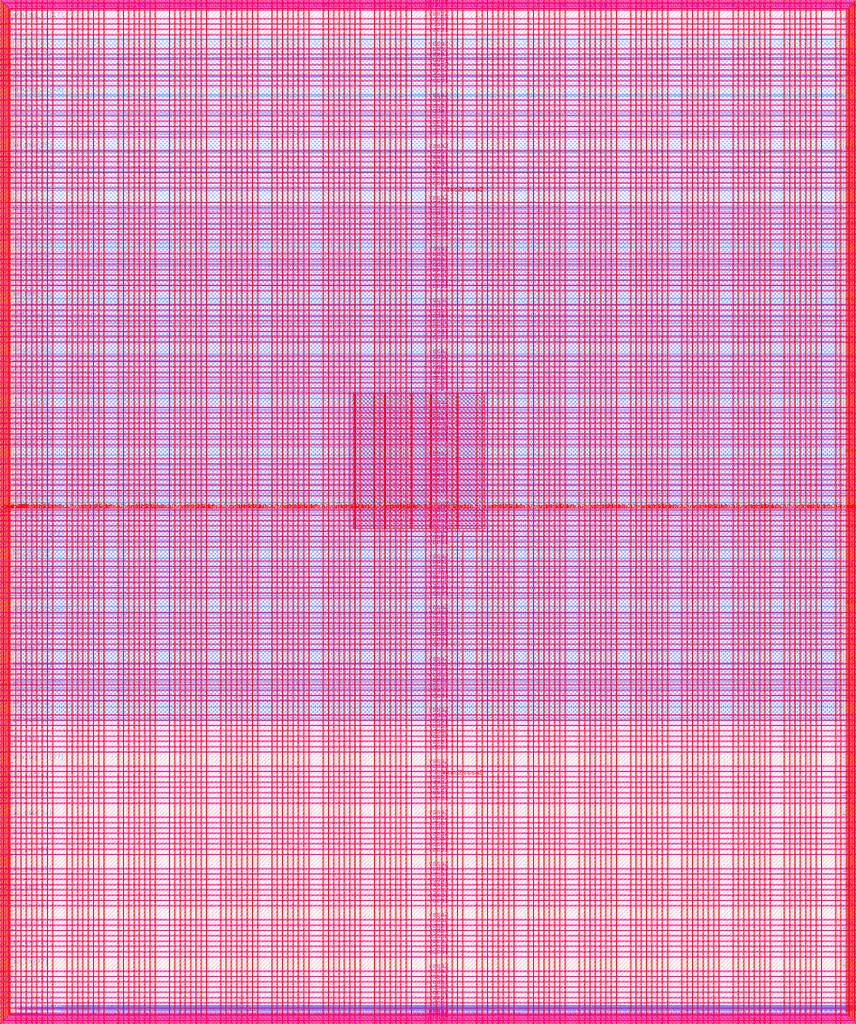
<source format=lef>
VERSION 5.7 ;
  NOWIREEXTENSIONATPIN ON ;
  DIVIDERCHAR "/" ;
  BUSBITCHARS "[]" ;
MACRO user_project_wrapper
  CLASS BLOCK ;
  FOREIGN user_project_wrapper ;
  ORIGIN 0.000 0.000 ;
  SIZE 2920.000 BY 3520.000 ;
  PIN analog_io[0]
    DIRECTION INOUT ;
    USE SIGNAL ;
    PORT
      LAYER met3 ;
        RECT 2917.600 1426.380 2924.800 1427.580 ;
    END
  END analog_io[0]
  PIN analog_io[10]
    DIRECTION INOUT ;
    USE SIGNAL ;
    PORT
      LAYER met2 ;
        RECT 2230.490 3517.600 2231.050 3524.800 ;
    END
  END analog_io[10]
  PIN analog_io[11]
    DIRECTION INOUT ;
    USE SIGNAL ;
    PORT
      LAYER met2 ;
        RECT 1905.730 3517.600 1906.290 3524.800 ;
    END
  END analog_io[11]
  PIN analog_io[12]
    DIRECTION INOUT ;
    USE SIGNAL ;
    PORT
      LAYER met2 ;
        RECT 1581.430 3517.600 1581.990 3524.800 ;
    END
  END analog_io[12]
  PIN analog_io[13]
    DIRECTION INOUT ;
    USE SIGNAL ;
    PORT
      LAYER met2 ;
        RECT 1257.130 3517.600 1257.690 3524.800 ;
    END
  END analog_io[13]
  PIN analog_io[14]
    DIRECTION INOUT ;
    USE SIGNAL ;
    PORT
      LAYER met2 ;
        RECT 932.370 3517.600 932.930 3524.800 ;
    END
  END analog_io[14]
  PIN analog_io[15]
    DIRECTION INOUT ;
    USE SIGNAL ;
    PORT
      LAYER met2 ;
        RECT 608.070 3517.600 608.630 3524.800 ;
    END
  END analog_io[15]
  PIN analog_io[16]
    DIRECTION INOUT ;
    USE SIGNAL ;
    PORT
      LAYER met2 ;
        RECT 283.770 3517.600 284.330 3524.800 ;
    END
  END analog_io[16]
  PIN analog_io[17]
    DIRECTION INOUT ;
    USE SIGNAL ;
    PORT
      LAYER met3 ;
        RECT -4.800 3486.100 2.400 3487.300 ;
    END
  END analog_io[17]
  PIN analog_io[18]
    DIRECTION INOUT ;
    USE SIGNAL ;
    PORT
      LAYER met3 ;
        RECT -4.800 3224.980 2.400 3226.180 ;
    END
  END analog_io[18]
  PIN analog_io[19]
    DIRECTION INOUT ;
    USE SIGNAL ;
    PORT
      LAYER met3 ;
        RECT -4.800 2964.540 2.400 2965.740 ;
    END
  END analog_io[19]
  PIN analog_io[1]
    DIRECTION INOUT ;
    USE SIGNAL ;
    PORT
      LAYER met3 ;
        RECT 2917.600 1692.260 2924.800 1693.460 ;
    END
  END analog_io[1]
  PIN analog_io[20]
    DIRECTION INOUT ;
    USE SIGNAL ;
    PORT
      LAYER met3 ;
        RECT -4.800 2703.420 2.400 2704.620 ;
    END
  END analog_io[20]
  PIN analog_io[21]
    DIRECTION INOUT ;
    USE SIGNAL ;
    PORT
      LAYER met3 ;
        RECT -4.800 2442.980 2.400 2444.180 ;
    END
  END analog_io[21]
  PIN analog_io[22]
    DIRECTION INOUT ;
    USE SIGNAL ;
    PORT
      LAYER met3 ;
        RECT -4.800 2182.540 2.400 2183.740 ;
    END
  END analog_io[22]
  PIN analog_io[23]
    DIRECTION INOUT ;
    USE SIGNAL ;
    PORT
      LAYER met3 ;
        RECT -4.800 1921.420 2.400 1922.620 ;
    END
  END analog_io[23]
  PIN analog_io[24]
    DIRECTION INOUT ;
    USE SIGNAL ;
    PORT
      LAYER met3 ;
        RECT -4.800 1660.980 2.400 1662.180 ;
    END
  END analog_io[24]
  PIN analog_io[25]
    DIRECTION INOUT ;
    USE SIGNAL ;
    PORT
      LAYER met3 ;
        RECT -4.800 1399.860 2.400 1401.060 ;
    END
  END analog_io[25]
  PIN analog_io[26]
    DIRECTION INOUT ;
    USE SIGNAL ;
    PORT
      LAYER met3 ;
        RECT -4.800 1139.420 2.400 1140.620 ;
    END
  END analog_io[26]
  PIN analog_io[27]
    DIRECTION INOUT ;
    USE SIGNAL ;
    PORT
      LAYER met3 ;
        RECT -4.800 878.980 2.400 880.180 ;
    END
  END analog_io[27]
  PIN analog_io[28]
    DIRECTION INOUT ;
    USE SIGNAL ;
    PORT
      LAYER met3 ;
        RECT -4.800 617.860 2.400 619.060 ;
    END
  END analog_io[28]
  PIN analog_io[2]
    DIRECTION INOUT ;
    USE SIGNAL ;
    PORT
      LAYER met3 ;
        RECT 2917.600 1958.140 2924.800 1959.340 ;
    END
  END analog_io[2]
  PIN analog_io[3]
    DIRECTION INOUT ;
    USE SIGNAL ;
    PORT
      LAYER met3 ;
        RECT 2917.600 2223.340 2924.800 2224.540 ;
    END
  END analog_io[3]
  PIN analog_io[4]
    DIRECTION INOUT ;
    USE SIGNAL ;
    PORT
      LAYER met3 ;
        RECT 2917.600 2489.220 2924.800 2490.420 ;
    END
  END analog_io[4]
  PIN analog_io[5]
    DIRECTION INOUT ;
    USE SIGNAL ;
    PORT
      LAYER met3 ;
        RECT 2917.600 2755.100 2924.800 2756.300 ;
    END
  END analog_io[5]
  PIN analog_io[6]
    DIRECTION INOUT ;
    USE SIGNAL ;
    PORT
      LAYER met3 ;
        RECT 2917.600 3020.300 2924.800 3021.500 ;
    END
  END analog_io[6]
  PIN analog_io[7]
    DIRECTION INOUT ;
    USE SIGNAL ;
    PORT
      LAYER met3 ;
        RECT 2917.600 3286.180 2924.800 3287.380 ;
    END
  END analog_io[7]
  PIN analog_io[8]
    DIRECTION INOUT ;
    USE SIGNAL ;
    PORT
      LAYER met2 ;
        RECT 2879.090 3517.600 2879.650 3524.800 ;
    END
  END analog_io[8]
  PIN analog_io[9]
    DIRECTION INOUT ;
    USE SIGNAL ;
    PORT
      LAYER met2 ;
        RECT 2554.790 3517.600 2555.350 3524.800 ;
    END
  END analog_io[9]
  PIN io_in[0]
    DIRECTION INPUT ;
    USE SIGNAL ;
    PORT
      LAYER met3 ;
        RECT 2917.600 32.380 2924.800 33.580 ;
    END
  END io_in[0]
  PIN io_in[10]
    DIRECTION INPUT ;
    USE SIGNAL ;
    PORT
      LAYER met3 ;
        RECT 2917.600 2289.980 2924.800 2291.180 ;
    END
  END io_in[10]
  PIN io_in[11]
    DIRECTION INPUT ;
    USE SIGNAL ;
    PORT
      LAYER met3 ;
        RECT 2917.600 2555.860 2924.800 2557.060 ;
    END
  END io_in[11]
  PIN io_in[12]
    DIRECTION INPUT ;
    USE SIGNAL ;
    PORT
      LAYER met3 ;
        RECT 2917.600 2821.060 2924.800 2822.260 ;
    END
  END io_in[12]
  PIN io_in[13]
    DIRECTION INPUT ;
    USE SIGNAL ;
    PORT
      LAYER met3 ;
        RECT 2917.600 3086.940 2924.800 3088.140 ;
    END
  END io_in[13]
  PIN io_in[14]
    DIRECTION INPUT ;
    USE SIGNAL ;
    PORT
      LAYER met3 ;
        RECT 2917.600 3352.820 2924.800 3354.020 ;
    END
  END io_in[14]
  PIN io_in[15]
    DIRECTION INPUT ;
    USE SIGNAL ;
    PORT
      LAYER met2 ;
        RECT 2798.130 3517.600 2798.690 3524.800 ;
    END
  END io_in[15]
  PIN io_in[16]
    DIRECTION INPUT ;
    USE SIGNAL ;
    PORT
      LAYER met2 ;
        RECT 2473.830 3517.600 2474.390 3524.800 ;
    END
  END io_in[16]
  PIN io_in[17]
    DIRECTION INPUT ;
    USE SIGNAL ;
    PORT
      LAYER met2 ;
        RECT 2149.070 3517.600 2149.630 3524.800 ;
    END
  END io_in[17]
  PIN io_in[18]
    DIRECTION INPUT ;
    USE SIGNAL ;
    PORT
      LAYER met2 ;
        RECT 1824.770 3517.600 1825.330 3524.800 ;
    END
  END io_in[18]
  PIN io_in[19]
    DIRECTION INPUT ;
    USE SIGNAL ;
    PORT
      LAYER met2 ;
        RECT 1500.470 3517.600 1501.030 3524.800 ;
    END
  END io_in[19]
  PIN io_in[1]
    DIRECTION INPUT ;
    USE SIGNAL ;
    PORT
      LAYER met3 ;
        RECT 2917.600 230.940 2924.800 232.140 ;
    END
  END io_in[1]
  PIN io_in[20]
    DIRECTION INPUT ;
    USE SIGNAL ;
    PORT
      LAYER met2 ;
        RECT 1175.710 3517.600 1176.270 3524.800 ;
    END
  END io_in[20]
  PIN io_in[21]
    DIRECTION INPUT ;
    USE SIGNAL ;
    PORT
      LAYER met2 ;
        RECT 851.410 3517.600 851.970 3524.800 ;
    END
  END io_in[21]
  PIN io_in[22]
    DIRECTION INPUT ;
    USE SIGNAL ;
    PORT
      LAYER met2 ;
        RECT 527.110 3517.600 527.670 3524.800 ;
    END
  END io_in[22]
  PIN io_in[23]
    DIRECTION INPUT ;
    USE SIGNAL ;
    PORT
      LAYER met2 ;
        RECT 202.350 3517.600 202.910 3524.800 ;
    END
  END io_in[23]
  PIN io_in[24]
    DIRECTION INPUT ;
    USE SIGNAL ;
    PORT
      LAYER met3 ;
        RECT -4.800 3420.820 2.400 3422.020 ;
    END
  END io_in[24]
  PIN io_in[25]
    DIRECTION INPUT ;
    USE SIGNAL ;
    PORT
      LAYER met3 ;
        RECT -4.800 3159.700 2.400 3160.900 ;
    END
  END io_in[25]
  PIN io_in[26]
    DIRECTION INPUT ;
    USE SIGNAL ;
    PORT
      LAYER met3 ;
        RECT -4.800 2899.260 2.400 2900.460 ;
    END
  END io_in[26]
  PIN io_in[27]
    DIRECTION INPUT ;
    USE SIGNAL ;
    PORT
      LAYER met3 ;
        RECT -4.800 2638.820 2.400 2640.020 ;
    END
  END io_in[27]
  PIN io_in[28]
    DIRECTION INPUT ;
    USE SIGNAL ;
    PORT
      LAYER met3 ;
        RECT -4.800 2377.700 2.400 2378.900 ;
    END
  END io_in[28]
  PIN io_in[29]
    DIRECTION INPUT ;
    USE SIGNAL ;
    PORT
      LAYER met3 ;
        RECT -4.800 2117.260 2.400 2118.460 ;
    END
  END io_in[29]
  PIN io_in[2]
    DIRECTION INPUT ;
    USE SIGNAL ;
    PORT
      LAYER met3 ;
        RECT 2917.600 430.180 2924.800 431.380 ;
    END
  END io_in[2]
  PIN io_in[30]
    DIRECTION INPUT ;
    USE SIGNAL ;
    PORT
      LAYER met3 ;
        RECT -4.800 1856.140 2.400 1857.340 ;
    END
  END io_in[30]
  PIN io_in[31]
    DIRECTION INPUT ;
    USE SIGNAL ;
    PORT
      LAYER met3 ;
        RECT -4.800 1595.700 2.400 1596.900 ;
    END
  END io_in[31]
  PIN io_in[32]
    DIRECTION INPUT ;
    USE SIGNAL ;
    PORT
      LAYER met3 ;
        RECT -4.800 1335.260 2.400 1336.460 ;
    END
  END io_in[32]
  PIN io_in[33]
    DIRECTION INPUT ;
    USE SIGNAL ;
    PORT
      LAYER met3 ;
        RECT -4.800 1074.140 2.400 1075.340 ;
    END
  END io_in[33]
  PIN io_in[34]
    DIRECTION INPUT ;
    USE SIGNAL ;
    PORT
      LAYER met3 ;
        RECT -4.800 813.700 2.400 814.900 ;
    END
  END io_in[34]
  PIN io_in[35]
    DIRECTION INPUT ;
    USE SIGNAL ;
    PORT
      LAYER met3 ;
        RECT -4.800 552.580 2.400 553.780 ;
    END
  END io_in[35]
  PIN io_in[36]
    DIRECTION INPUT ;
    USE SIGNAL ;
    PORT
      LAYER met3 ;
        RECT -4.800 357.420 2.400 358.620 ;
    END
  END io_in[36]
  PIN io_in[37]
    DIRECTION INPUT ;
    USE SIGNAL ;
    PORT
      LAYER met3 ;
        RECT -4.800 161.580 2.400 162.780 ;
    END
  END io_in[37]
  PIN io_in[3]
    DIRECTION INPUT ;
    USE SIGNAL ;
    PORT
      LAYER met3 ;
        RECT 2917.600 629.420 2924.800 630.620 ;
    END
  END io_in[3]
  PIN io_in[4]
    DIRECTION INPUT ;
    USE SIGNAL ;
    PORT
      LAYER met3 ;
        RECT 2917.600 828.660 2924.800 829.860 ;
    END
  END io_in[4]
  PIN io_in[5]
    DIRECTION INPUT ;
    USE SIGNAL ;
    PORT
      LAYER met3 ;
        RECT 2917.600 1027.900 2924.800 1029.100 ;
    END
  END io_in[5]
  PIN io_in[6]
    DIRECTION INPUT ;
    USE SIGNAL ;
    PORT
      LAYER met3 ;
        RECT 2917.600 1227.140 2924.800 1228.340 ;
    END
  END io_in[6]
  PIN io_in[7]
    DIRECTION INPUT ;
    USE SIGNAL ;
    PORT
      LAYER met3 ;
        RECT 2917.600 1493.020 2924.800 1494.220 ;
    END
  END io_in[7]
  PIN io_in[8]
    DIRECTION INPUT ;
    USE SIGNAL ;
    PORT
      LAYER met3 ;
        RECT 2917.600 1758.900 2924.800 1760.100 ;
    END
  END io_in[8]
  PIN io_in[9]
    DIRECTION INPUT ;
    USE SIGNAL ;
    PORT
      LAYER met3 ;
        RECT 2917.600 2024.100 2924.800 2025.300 ;
    END
  END io_in[9]
  PIN io_oeb[0]
    DIRECTION OUTPUT TRISTATE ;
    USE SIGNAL ;
    PORT
      LAYER met3 ;
        RECT 2917.600 164.980 2924.800 166.180 ;
    END
  END io_oeb[0]
  PIN io_oeb[10]
    DIRECTION OUTPUT TRISTATE ;
    USE SIGNAL ;
    PORT
      LAYER met3 ;
        RECT 2917.600 2422.580 2924.800 2423.780 ;
    END
  END io_oeb[10]
  PIN io_oeb[11]
    DIRECTION OUTPUT TRISTATE ;
    USE SIGNAL ;
    PORT
      LAYER met3 ;
        RECT 2917.600 2688.460 2924.800 2689.660 ;
    END
  END io_oeb[11]
  PIN io_oeb[12]
    DIRECTION OUTPUT TRISTATE ;
    USE SIGNAL ;
    PORT
      LAYER met3 ;
        RECT 2917.600 2954.340 2924.800 2955.540 ;
    END
  END io_oeb[12]
  PIN io_oeb[13]
    DIRECTION OUTPUT TRISTATE ;
    USE SIGNAL ;
    PORT
      LAYER met3 ;
        RECT 2917.600 3219.540 2924.800 3220.740 ;
    END
  END io_oeb[13]
  PIN io_oeb[14]
    DIRECTION OUTPUT TRISTATE ;
    USE SIGNAL ;
    PORT
      LAYER met3 ;
        RECT 2917.600 3485.420 2924.800 3486.620 ;
    END
  END io_oeb[14]
  PIN io_oeb[15]
    DIRECTION OUTPUT TRISTATE ;
    USE SIGNAL ;
    PORT
      LAYER met2 ;
        RECT 2635.750 3517.600 2636.310 3524.800 ;
    END
  END io_oeb[15]
  PIN io_oeb[16]
    DIRECTION OUTPUT TRISTATE ;
    USE SIGNAL ;
    PORT
      LAYER met2 ;
        RECT 2311.450 3517.600 2312.010 3524.800 ;
    END
  END io_oeb[16]
  PIN io_oeb[17]
    DIRECTION OUTPUT TRISTATE ;
    USE SIGNAL ;
    PORT
      LAYER met2 ;
        RECT 1987.150 3517.600 1987.710 3524.800 ;
    END
  END io_oeb[17]
  PIN io_oeb[18]
    DIRECTION OUTPUT TRISTATE ;
    USE SIGNAL ;
    PORT
      LAYER met2 ;
        RECT 1662.390 3517.600 1662.950 3524.800 ;
    END
  END io_oeb[18]
  PIN io_oeb[19]
    DIRECTION OUTPUT TRISTATE ;
    USE SIGNAL ;
    PORT
      LAYER met2 ;
        RECT 1338.090 3517.600 1338.650 3524.800 ;
    END
  END io_oeb[19]
  PIN io_oeb[1]
    DIRECTION OUTPUT TRISTATE ;
    USE SIGNAL ;
    PORT
      LAYER met3 ;
        RECT 2917.600 364.220 2924.800 365.420 ;
    END
  END io_oeb[1]
  PIN io_oeb[20]
    DIRECTION OUTPUT TRISTATE ;
    USE SIGNAL ;
    PORT
      LAYER met2 ;
        RECT 1013.790 3517.600 1014.350 3524.800 ;
    END
  END io_oeb[20]
  PIN io_oeb[21]
    DIRECTION OUTPUT TRISTATE ;
    USE SIGNAL ;
    PORT
      LAYER met2 ;
        RECT 689.030 3517.600 689.590 3524.800 ;
    END
  END io_oeb[21]
  PIN io_oeb[22]
    DIRECTION OUTPUT TRISTATE ;
    USE SIGNAL ;
    PORT
      LAYER met2 ;
        RECT 364.730 3517.600 365.290 3524.800 ;
    END
  END io_oeb[22]
  PIN io_oeb[23]
    DIRECTION OUTPUT TRISTATE ;
    USE SIGNAL ;
    PORT
      LAYER met2 ;
        RECT 40.430 3517.600 40.990 3524.800 ;
    END
  END io_oeb[23]
  PIN io_oeb[24]
    DIRECTION OUTPUT TRISTATE ;
    USE SIGNAL ;
    PORT
      LAYER met3 ;
        RECT -4.800 3290.260 2.400 3291.460 ;
    END
  END io_oeb[24]
  PIN io_oeb[25]
    DIRECTION OUTPUT TRISTATE ;
    USE SIGNAL ;
    PORT
      LAYER met3 ;
        RECT -4.800 3029.820 2.400 3031.020 ;
    END
  END io_oeb[25]
  PIN io_oeb[26]
    DIRECTION OUTPUT TRISTATE ;
    USE SIGNAL ;
    PORT
      LAYER met3 ;
        RECT -4.800 2768.700 2.400 2769.900 ;
    END
  END io_oeb[26]
  PIN io_oeb[27]
    DIRECTION OUTPUT TRISTATE ;
    USE SIGNAL ;
    PORT
      LAYER met3 ;
        RECT -4.800 2508.260 2.400 2509.460 ;
    END
  END io_oeb[27]
  PIN io_oeb[28]
    DIRECTION OUTPUT TRISTATE ;
    USE SIGNAL ;
    PORT
      LAYER met3 ;
        RECT -4.800 2247.140 2.400 2248.340 ;
    END
  END io_oeb[28]
  PIN io_oeb[29]
    DIRECTION OUTPUT TRISTATE ;
    USE SIGNAL ;
    PORT
      LAYER met3 ;
        RECT -4.800 1986.700 2.400 1987.900 ;
    END
  END io_oeb[29]
  PIN io_oeb[2]
    DIRECTION OUTPUT TRISTATE ;
    USE SIGNAL ;
    PORT
      LAYER met3 ;
        RECT 2917.600 563.460 2924.800 564.660 ;
    END
  END io_oeb[2]
  PIN io_oeb[30]
    DIRECTION OUTPUT TRISTATE ;
    USE SIGNAL ;
    PORT
      LAYER met3 ;
        RECT -4.800 1726.260 2.400 1727.460 ;
    END
  END io_oeb[30]
  PIN io_oeb[31]
    DIRECTION OUTPUT TRISTATE ;
    USE SIGNAL ;
    PORT
      LAYER met3 ;
        RECT -4.800 1465.140 2.400 1466.340 ;
    END
  END io_oeb[31]
  PIN io_oeb[32]
    DIRECTION OUTPUT TRISTATE ;
    USE SIGNAL ;
    PORT
      LAYER met3 ;
        RECT -4.800 1204.700 2.400 1205.900 ;
    END
  END io_oeb[32]
  PIN io_oeb[33]
    DIRECTION OUTPUT TRISTATE ;
    USE SIGNAL ;
    PORT
      LAYER met3 ;
        RECT -4.800 943.580 2.400 944.780 ;
    END
  END io_oeb[33]
  PIN io_oeb[34]
    DIRECTION OUTPUT TRISTATE ;
    USE SIGNAL ;
    PORT
      LAYER met3 ;
        RECT -4.800 683.140 2.400 684.340 ;
    END
  END io_oeb[34]
  PIN io_oeb[35]
    DIRECTION OUTPUT TRISTATE ;
    USE SIGNAL ;
    PORT
      LAYER met3 ;
        RECT -4.800 422.700 2.400 423.900 ;
    END
  END io_oeb[35]
  PIN io_oeb[36]
    DIRECTION OUTPUT TRISTATE ;
    USE SIGNAL ;
    PORT
      LAYER met3 ;
        RECT -4.800 226.860 2.400 228.060 ;
    END
  END io_oeb[36]
  PIN io_oeb[37]
    DIRECTION OUTPUT TRISTATE ;
    USE SIGNAL ;
    PORT
      LAYER met3 ;
        RECT -4.800 31.700 2.400 32.900 ;
    END
  END io_oeb[37]
  PIN io_oeb[3]
    DIRECTION OUTPUT TRISTATE ;
    USE SIGNAL ;
    PORT
      LAYER met3 ;
        RECT 2917.600 762.700 2924.800 763.900 ;
    END
  END io_oeb[3]
  PIN io_oeb[4]
    DIRECTION OUTPUT TRISTATE ;
    USE SIGNAL ;
    PORT
      LAYER met3 ;
        RECT 2917.600 961.940 2924.800 963.140 ;
    END
  END io_oeb[4]
  PIN io_oeb[5]
    DIRECTION OUTPUT TRISTATE ;
    USE SIGNAL ;
    PORT
      LAYER met3 ;
        RECT 2917.600 1161.180 2924.800 1162.380 ;
    END
  END io_oeb[5]
  PIN io_oeb[6]
    DIRECTION OUTPUT TRISTATE ;
    USE SIGNAL ;
    PORT
      LAYER met3 ;
        RECT 2917.600 1360.420 2924.800 1361.620 ;
    END
  END io_oeb[6]
  PIN io_oeb[7]
    DIRECTION OUTPUT TRISTATE ;
    USE SIGNAL ;
    PORT
      LAYER met3 ;
        RECT 2917.600 1625.620 2924.800 1626.820 ;
    END
  END io_oeb[7]
  PIN io_oeb[8]
    DIRECTION OUTPUT TRISTATE ;
    USE SIGNAL ;
    PORT
      LAYER met3 ;
        RECT 2917.600 1891.500 2924.800 1892.700 ;
    END
  END io_oeb[8]
  PIN io_oeb[9]
    DIRECTION OUTPUT TRISTATE ;
    USE SIGNAL ;
    PORT
      LAYER met3 ;
        RECT 2917.600 2157.380 2924.800 2158.580 ;
    END
  END io_oeb[9]
  PIN io_out[0]
    DIRECTION OUTPUT TRISTATE ;
    USE SIGNAL ;
    PORT
      LAYER met3 ;
        RECT 2917.600 98.340 2924.800 99.540 ;
    END
  END io_out[0]
  PIN io_out[10]
    DIRECTION OUTPUT TRISTATE ;
    USE SIGNAL ;
    PORT
      LAYER met3 ;
        RECT 2917.600 2356.620 2924.800 2357.820 ;
    END
  END io_out[10]
  PIN io_out[11]
    DIRECTION OUTPUT TRISTATE ;
    USE SIGNAL ;
    PORT
      LAYER met3 ;
        RECT 2917.600 2621.820 2924.800 2623.020 ;
    END
  END io_out[11]
  PIN io_out[12]
    DIRECTION OUTPUT TRISTATE ;
    USE SIGNAL ;
    PORT
      LAYER met3 ;
        RECT 2917.600 2887.700 2924.800 2888.900 ;
    END
  END io_out[12]
  PIN io_out[13]
    DIRECTION OUTPUT TRISTATE ;
    USE SIGNAL ;
    PORT
      LAYER met3 ;
        RECT 2917.600 3153.580 2924.800 3154.780 ;
    END
  END io_out[13]
  PIN io_out[14]
    DIRECTION OUTPUT TRISTATE ;
    USE SIGNAL ;
    PORT
      LAYER met3 ;
        RECT 2917.600 3418.780 2924.800 3419.980 ;
    END
  END io_out[14]
  PIN io_out[15]
    DIRECTION OUTPUT TRISTATE ;
    USE SIGNAL ;
    PORT
      LAYER met2 ;
        RECT 2717.170 3517.600 2717.730 3524.800 ;
    END
  END io_out[15]
  PIN io_out[16]
    DIRECTION OUTPUT TRISTATE ;
    USE SIGNAL ;
    PORT
      LAYER met2 ;
        RECT 2392.410 3517.600 2392.970 3524.800 ;
    END
  END io_out[16]
  PIN io_out[17]
    DIRECTION OUTPUT TRISTATE ;
    USE SIGNAL ;
    PORT
      LAYER met2 ;
        RECT 2068.110 3517.600 2068.670 3524.800 ;
    END
  END io_out[17]
  PIN io_out[18]
    DIRECTION OUTPUT TRISTATE ;
    USE SIGNAL ;
    PORT
      LAYER met2 ;
        RECT 1743.810 3517.600 1744.370 3524.800 ;
    END
  END io_out[18]
  PIN io_out[19]
    DIRECTION OUTPUT TRISTATE ;
    USE SIGNAL ;
    PORT
      LAYER met2 ;
        RECT 1419.050 3517.600 1419.610 3524.800 ;
    END
  END io_out[19]
  PIN io_out[1]
    DIRECTION OUTPUT TRISTATE ;
    USE SIGNAL ;
    PORT
      LAYER met3 ;
        RECT 2917.600 297.580 2924.800 298.780 ;
    END
  END io_out[1]
  PIN io_out[20]
    DIRECTION OUTPUT TRISTATE ;
    USE SIGNAL ;
    PORT
      LAYER met2 ;
        RECT 1094.750 3517.600 1095.310 3524.800 ;
    END
  END io_out[20]
  PIN io_out[21]
    DIRECTION OUTPUT TRISTATE ;
    USE SIGNAL ;
    PORT
      LAYER met2 ;
        RECT 770.450 3517.600 771.010 3524.800 ;
    END
  END io_out[21]
  PIN io_out[22]
    DIRECTION OUTPUT TRISTATE ;
    USE SIGNAL ;
    PORT
      LAYER met2 ;
        RECT 445.690 3517.600 446.250 3524.800 ;
    END
  END io_out[22]
  PIN io_out[23]
    DIRECTION OUTPUT TRISTATE ;
    USE SIGNAL ;
    PORT
      LAYER met2 ;
        RECT 121.390 3517.600 121.950 3524.800 ;
    END
  END io_out[23]
  PIN io_out[24]
    DIRECTION OUTPUT TRISTATE ;
    USE SIGNAL ;
    PORT
      LAYER met3 ;
        RECT -4.800 3355.540 2.400 3356.740 ;
    END
  END io_out[24]
  PIN io_out[25]
    DIRECTION OUTPUT TRISTATE ;
    USE SIGNAL ;
    PORT
      LAYER met3 ;
        RECT -4.800 3095.100 2.400 3096.300 ;
    END
  END io_out[25]
  PIN io_out[26]
    DIRECTION OUTPUT TRISTATE ;
    USE SIGNAL ;
    PORT
      LAYER met3 ;
        RECT -4.800 2833.980 2.400 2835.180 ;
    END
  END io_out[26]
  PIN io_out[27]
    DIRECTION OUTPUT TRISTATE ;
    USE SIGNAL ;
    PORT
      LAYER met3 ;
        RECT -4.800 2573.540 2.400 2574.740 ;
    END
  END io_out[27]
  PIN io_out[28]
    DIRECTION OUTPUT TRISTATE ;
    USE SIGNAL ;
    PORT
      LAYER met3 ;
        RECT -4.800 2312.420 2.400 2313.620 ;
    END
  END io_out[28]
  PIN io_out[29]
    DIRECTION OUTPUT TRISTATE ;
    USE SIGNAL ;
    PORT
      LAYER met3 ;
        RECT -4.800 2051.980 2.400 2053.180 ;
    END
  END io_out[29]
  PIN io_out[2]
    DIRECTION OUTPUT TRISTATE ;
    USE SIGNAL ;
    PORT
      LAYER met3 ;
        RECT 2917.600 496.820 2924.800 498.020 ;
    END
  END io_out[2]
  PIN io_out[30]
    DIRECTION OUTPUT TRISTATE ;
    USE SIGNAL ;
    PORT
      LAYER met3 ;
        RECT -4.800 1791.540 2.400 1792.740 ;
    END
  END io_out[30]
  PIN io_out[31]
    DIRECTION OUTPUT TRISTATE ;
    USE SIGNAL ;
    PORT
      LAYER met3 ;
        RECT -4.800 1530.420 2.400 1531.620 ;
    END
  END io_out[31]
  PIN io_out[32]
    DIRECTION OUTPUT TRISTATE ;
    USE SIGNAL ;
    PORT
      LAYER met3 ;
        RECT -4.800 1269.980 2.400 1271.180 ;
    END
  END io_out[32]
  PIN io_out[33]
    DIRECTION OUTPUT TRISTATE ;
    USE SIGNAL ;
    PORT
      LAYER met3 ;
        RECT -4.800 1008.860 2.400 1010.060 ;
    END
  END io_out[33]
  PIN io_out[34]
    DIRECTION OUTPUT TRISTATE ;
    USE SIGNAL ;
    PORT
      LAYER met3 ;
        RECT -4.800 748.420 2.400 749.620 ;
    END
  END io_out[34]
  PIN io_out[35]
    DIRECTION OUTPUT TRISTATE ;
    USE SIGNAL ;
    PORT
      LAYER met3 ;
        RECT -4.800 487.300 2.400 488.500 ;
    END
  END io_out[35]
  PIN io_out[36]
    DIRECTION OUTPUT TRISTATE ;
    USE SIGNAL ;
    PORT
      LAYER met3 ;
        RECT -4.800 292.140 2.400 293.340 ;
    END
  END io_out[36]
  PIN io_out[37]
    DIRECTION OUTPUT TRISTATE ;
    USE SIGNAL ;
    PORT
      LAYER met3 ;
        RECT -4.800 96.300 2.400 97.500 ;
    END
  END io_out[37]
  PIN io_out[3]
    DIRECTION OUTPUT TRISTATE ;
    USE SIGNAL ;
    PORT
      LAYER met3 ;
        RECT 2917.600 696.060 2924.800 697.260 ;
    END
  END io_out[3]
  PIN io_out[4]
    DIRECTION OUTPUT TRISTATE ;
    USE SIGNAL ;
    PORT
      LAYER met3 ;
        RECT 2917.600 895.300 2924.800 896.500 ;
    END
  END io_out[4]
  PIN io_out[5]
    DIRECTION OUTPUT TRISTATE ;
    USE SIGNAL ;
    PORT
      LAYER met3 ;
        RECT 2917.600 1094.540 2924.800 1095.740 ;
    END
  END io_out[5]
  PIN io_out[6]
    DIRECTION OUTPUT TRISTATE ;
    USE SIGNAL ;
    PORT
      LAYER met3 ;
        RECT 2917.600 1293.780 2924.800 1294.980 ;
    END
  END io_out[6]
  PIN io_out[7]
    DIRECTION OUTPUT TRISTATE ;
    USE SIGNAL ;
    PORT
      LAYER met3 ;
        RECT 2917.600 1559.660 2924.800 1560.860 ;
    END
  END io_out[7]
  PIN io_out[8]
    DIRECTION OUTPUT TRISTATE ;
    USE SIGNAL ;
    PORT
      LAYER met3 ;
        RECT 2917.600 1824.860 2924.800 1826.060 ;
    END
  END io_out[8]
  PIN io_out[9]
    DIRECTION OUTPUT TRISTATE ;
    USE SIGNAL ;
    PORT
      LAYER met3 ;
        RECT 2917.600 2090.740 2924.800 2091.940 ;
    END
  END io_out[9]
  PIN la_data_in[0]
    DIRECTION INPUT ;
    USE SIGNAL ;
    PORT
      LAYER met2 ;
        RECT 629.230 -4.800 629.790 2.400 ;
    END
  END la_data_in[0]
  PIN la_data_in[100]
    DIRECTION INPUT ;
    USE SIGNAL ;
    PORT
      LAYER met2 ;
        RECT 2402.530 -4.800 2403.090 2.400 ;
    END
  END la_data_in[100]
  PIN la_data_in[101]
    DIRECTION INPUT ;
    USE SIGNAL ;
    PORT
      LAYER met2 ;
        RECT 2420.010 -4.800 2420.570 2.400 ;
    END
  END la_data_in[101]
  PIN la_data_in[102]
    DIRECTION INPUT ;
    USE SIGNAL ;
    PORT
      LAYER met2 ;
        RECT 2437.950 -4.800 2438.510 2.400 ;
    END
  END la_data_in[102]
  PIN la_data_in[103]
    DIRECTION INPUT ;
    USE SIGNAL ;
    PORT
      LAYER met2 ;
        RECT 2455.430 -4.800 2455.990 2.400 ;
    END
  END la_data_in[103]
  PIN la_data_in[104]
    DIRECTION INPUT ;
    USE SIGNAL ;
    PORT
      LAYER met2 ;
        RECT 2473.370 -4.800 2473.930 2.400 ;
    END
  END la_data_in[104]
  PIN la_data_in[105]
    DIRECTION INPUT ;
    USE SIGNAL ;
    PORT
      LAYER met2 ;
        RECT 2490.850 -4.800 2491.410 2.400 ;
    END
  END la_data_in[105]
  PIN la_data_in[106]
    DIRECTION INPUT ;
    USE SIGNAL ;
    PORT
      LAYER met2 ;
        RECT 2508.790 -4.800 2509.350 2.400 ;
    END
  END la_data_in[106]
  PIN la_data_in[107]
    DIRECTION INPUT ;
    USE SIGNAL ;
    PORT
      LAYER met2 ;
        RECT 2526.730 -4.800 2527.290 2.400 ;
    END
  END la_data_in[107]
  PIN la_data_in[108]
    DIRECTION INPUT ;
    USE SIGNAL ;
    PORT
      LAYER met2 ;
        RECT 2544.210 -4.800 2544.770 2.400 ;
    END
  END la_data_in[108]
  PIN la_data_in[109]
    DIRECTION INPUT ;
    USE SIGNAL ;
    PORT
      LAYER met2 ;
        RECT 2562.150 -4.800 2562.710 2.400 ;
    END
  END la_data_in[109]
  PIN la_data_in[10]
    DIRECTION INPUT ;
    USE SIGNAL ;
    PORT
      LAYER met2 ;
        RECT 806.330 -4.800 806.890 2.400 ;
    END
  END la_data_in[10]
  PIN la_data_in[110]
    DIRECTION INPUT ;
    USE SIGNAL ;
    PORT
      LAYER met2 ;
        RECT 2579.630 -4.800 2580.190 2.400 ;
    END
  END la_data_in[110]
  PIN la_data_in[111]
    DIRECTION INPUT ;
    USE SIGNAL ;
    PORT
      LAYER met2 ;
        RECT 2597.570 -4.800 2598.130 2.400 ;
    END
  END la_data_in[111]
  PIN la_data_in[112]
    DIRECTION INPUT ;
    USE SIGNAL ;
    PORT
      LAYER met2 ;
        RECT 2615.050 -4.800 2615.610 2.400 ;
    END
  END la_data_in[112]
  PIN la_data_in[113]
    DIRECTION INPUT ;
    USE SIGNAL ;
    PORT
      LAYER met2 ;
        RECT 2632.990 -4.800 2633.550 2.400 ;
    END
  END la_data_in[113]
  PIN la_data_in[114]
    DIRECTION INPUT ;
    USE SIGNAL ;
    PORT
      LAYER met2 ;
        RECT 2650.470 -4.800 2651.030 2.400 ;
    END
  END la_data_in[114]
  PIN la_data_in[115]
    DIRECTION INPUT ;
    USE SIGNAL ;
    PORT
      LAYER met2 ;
        RECT 2668.410 -4.800 2668.970 2.400 ;
    END
  END la_data_in[115]
  PIN la_data_in[116]
    DIRECTION INPUT ;
    USE SIGNAL ;
    PORT
      LAYER met2 ;
        RECT 2685.890 -4.800 2686.450 2.400 ;
    END
  END la_data_in[116]
  PIN la_data_in[117]
    DIRECTION INPUT ;
    USE SIGNAL ;
    PORT
      LAYER met2 ;
        RECT 2703.830 -4.800 2704.390 2.400 ;
    END
  END la_data_in[117]
  PIN la_data_in[118]
    DIRECTION INPUT ;
    USE SIGNAL ;
    PORT
      LAYER met2 ;
        RECT 2721.770 -4.800 2722.330 2.400 ;
    END
  END la_data_in[118]
  PIN la_data_in[119]
    DIRECTION INPUT ;
    USE SIGNAL ;
    PORT
      LAYER met2 ;
        RECT 2739.250 -4.800 2739.810 2.400 ;
    END
  END la_data_in[119]
  PIN la_data_in[11]
    DIRECTION INPUT ;
    USE SIGNAL ;
    PORT
      LAYER met2 ;
        RECT 824.270 -4.800 824.830 2.400 ;
    END
  END la_data_in[11]
  PIN la_data_in[120]
    DIRECTION INPUT ;
    USE SIGNAL ;
    PORT
      LAYER met2 ;
        RECT 2757.190 -4.800 2757.750 2.400 ;
    END
  END la_data_in[120]
  PIN la_data_in[121]
    DIRECTION INPUT ;
    USE SIGNAL ;
    PORT
      LAYER met2 ;
        RECT 2774.670 -4.800 2775.230 2.400 ;
    END
  END la_data_in[121]
  PIN la_data_in[122]
    DIRECTION INPUT ;
    USE SIGNAL ;
    PORT
      LAYER met2 ;
        RECT 2792.610 -4.800 2793.170 2.400 ;
    END
  END la_data_in[122]
  PIN la_data_in[123]
    DIRECTION INPUT ;
    USE SIGNAL ;
    PORT
      LAYER met2 ;
        RECT 2810.090 -4.800 2810.650 2.400 ;
    END
  END la_data_in[123]
  PIN la_data_in[124]
    DIRECTION INPUT ;
    USE SIGNAL ;
    PORT
      LAYER met2 ;
        RECT 2828.030 -4.800 2828.590 2.400 ;
    END
  END la_data_in[124]
  PIN la_data_in[125]
    DIRECTION INPUT ;
    USE SIGNAL ;
    PORT
      LAYER met2 ;
        RECT 2845.510 -4.800 2846.070 2.400 ;
    END
  END la_data_in[125]
  PIN la_data_in[126]
    DIRECTION INPUT ;
    USE SIGNAL ;
    PORT
      LAYER met2 ;
        RECT 2863.450 -4.800 2864.010 2.400 ;
    END
  END la_data_in[126]
  PIN la_data_in[127]
    DIRECTION INPUT ;
    USE SIGNAL ;
    PORT
      LAYER met2 ;
        RECT 2881.390 -4.800 2881.950 2.400 ;
    END
  END la_data_in[127]
  PIN la_data_in[12]
    DIRECTION INPUT ;
    USE SIGNAL ;
    PORT
      LAYER met2 ;
        RECT 841.750 -4.800 842.310 2.400 ;
    END
  END la_data_in[12]
  PIN la_data_in[13]
    DIRECTION INPUT ;
    USE SIGNAL ;
    PORT
      LAYER met2 ;
        RECT 859.690 -4.800 860.250 2.400 ;
    END
  END la_data_in[13]
  PIN la_data_in[14]
    DIRECTION INPUT ;
    USE SIGNAL ;
    PORT
      LAYER met2 ;
        RECT 877.170 -4.800 877.730 2.400 ;
    END
  END la_data_in[14]
  PIN la_data_in[15]
    DIRECTION INPUT ;
    USE SIGNAL ;
    PORT
      LAYER met2 ;
        RECT 895.110 -4.800 895.670 2.400 ;
    END
  END la_data_in[15]
  PIN la_data_in[16]
    DIRECTION INPUT ;
    USE SIGNAL ;
    PORT
      LAYER met2 ;
        RECT 912.590 -4.800 913.150 2.400 ;
    END
  END la_data_in[16]
  PIN la_data_in[17]
    DIRECTION INPUT ;
    USE SIGNAL ;
    PORT
      LAYER met2 ;
        RECT 930.530 -4.800 931.090 2.400 ;
    END
  END la_data_in[17]
  PIN la_data_in[18]
    DIRECTION INPUT ;
    USE SIGNAL ;
    PORT
      LAYER met2 ;
        RECT 948.470 -4.800 949.030 2.400 ;
    END
  END la_data_in[18]
  PIN la_data_in[19]
    DIRECTION INPUT ;
    USE SIGNAL ;
    PORT
      LAYER met2 ;
        RECT 965.950 -4.800 966.510 2.400 ;
    END
  END la_data_in[19]
  PIN la_data_in[1]
    DIRECTION INPUT ;
    USE SIGNAL ;
    PORT
      LAYER met2 ;
        RECT 646.710 -4.800 647.270 2.400 ;
    END
  END la_data_in[1]
  PIN la_data_in[20]
    DIRECTION INPUT ;
    USE SIGNAL ;
    PORT
      LAYER met2 ;
        RECT 983.890 -4.800 984.450 2.400 ;
    END
  END la_data_in[20]
  PIN la_data_in[21]
    DIRECTION INPUT ;
    USE SIGNAL ;
    PORT
      LAYER met2 ;
        RECT 1001.370 -4.800 1001.930 2.400 ;
    END
  END la_data_in[21]
  PIN la_data_in[22]
    DIRECTION INPUT ;
    USE SIGNAL ;
    PORT
      LAYER met2 ;
        RECT 1019.310 -4.800 1019.870 2.400 ;
    END
  END la_data_in[22]
  PIN la_data_in[23]
    DIRECTION INPUT ;
    USE SIGNAL ;
    PORT
      LAYER met2 ;
        RECT 1036.790 -4.800 1037.350 2.400 ;
    END
  END la_data_in[23]
  PIN la_data_in[24]
    DIRECTION INPUT ;
    USE SIGNAL ;
    PORT
      LAYER met2 ;
        RECT 1054.730 -4.800 1055.290 2.400 ;
    END
  END la_data_in[24]
  PIN la_data_in[25]
    DIRECTION INPUT ;
    USE SIGNAL ;
    PORT
      LAYER met2 ;
        RECT 1072.210 -4.800 1072.770 2.400 ;
    END
  END la_data_in[25]
  PIN la_data_in[26]
    DIRECTION INPUT ;
    USE SIGNAL ;
    PORT
      LAYER met2 ;
        RECT 1090.150 -4.800 1090.710 2.400 ;
    END
  END la_data_in[26]
  PIN la_data_in[27]
    DIRECTION INPUT ;
    USE SIGNAL ;
    PORT
      LAYER met2 ;
        RECT 1107.630 -4.800 1108.190 2.400 ;
    END
  END la_data_in[27]
  PIN la_data_in[28]
    DIRECTION INPUT ;
    USE SIGNAL ;
    PORT
      LAYER met2 ;
        RECT 1125.570 -4.800 1126.130 2.400 ;
    END
  END la_data_in[28]
  PIN la_data_in[29]
    DIRECTION INPUT ;
    USE SIGNAL ;
    PORT
      LAYER met2 ;
        RECT 1143.510 -4.800 1144.070 2.400 ;
    END
  END la_data_in[29]
  PIN la_data_in[2]
    DIRECTION INPUT ;
    USE SIGNAL ;
    PORT
      LAYER met2 ;
        RECT 664.650 -4.800 665.210 2.400 ;
    END
  END la_data_in[2]
  PIN la_data_in[30]
    DIRECTION INPUT ;
    USE SIGNAL ;
    PORT
      LAYER met2 ;
        RECT 1160.990 -4.800 1161.550 2.400 ;
    END
  END la_data_in[30]
  PIN la_data_in[31]
    DIRECTION INPUT ;
    USE SIGNAL ;
    PORT
      LAYER met2 ;
        RECT 1178.930 -4.800 1179.490 2.400 ;
    END
  END la_data_in[31]
  PIN la_data_in[32]
    DIRECTION INPUT ;
    USE SIGNAL ;
    PORT
      LAYER met2 ;
        RECT 1196.410 -4.800 1196.970 2.400 ;
    END
  END la_data_in[32]
  PIN la_data_in[33]
    DIRECTION INPUT ;
    USE SIGNAL ;
    PORT
      LAYER met2 ;
        RECT 1214.350 -4.800 1214.910 2.400 ;
    END
  END la_data_in[33]
  PIN la_data_in[34]
    DIRECTION INPUT ;
    USE SIGNAL ;
    PORT
      LAYER met2 ;
        RECT 1231.830 -4.800 1232.390 2.400 ;
    END
  END la_data_in[34]
  PIN la_data_in[35]
    DIRECTION INPUT ;
    USE SIGNAL ;
    PORT
      LAYER met2 ;
        RECT 1249.770 -4.800 1250.330 2.400 ;
    END
  END la_data_in[35]
  PIN la_data_in[36]
    DIRECTION INPUT ;
    USE SIGNAL ;
    PORT
      LAYER met2 ;
        RECT 1267.250 -4.800 1267.810 2.400 ;
    END
  END la_data_in[36]
  PIN la_data_in[37]
    DIRECTION INPUT ;
    USE SIGNAL ;
    PORT
      LAYER met2 ;
        RECT 1285.190 -4.800 1285.750 2.400 ;
    END
  END la_data_in[37]
  PIN la_data_in[38]
    DIRECTION INPUT ;
    USE SIGNAL ;
    PORT
      LAYER met2 ;
        RECT 1303.130 -4.800 1303.690 2.400 ;
    END
  END la_data_in[38]
  PIN la_data_in[39]
    DIRECTION INPUT ;
    USE SIGNAL ;
    PORT
      LAYER met2 ;
        RECT 1320.610 -4.800 1321.170 2.400 ;
    END
  END la_data_in[39]
  PIN la_data_in[3]
    DIRECTION INPUT ;
    USE SIGNAL ;
    PORT
      LAYER met2 ;
        RECT 682.130 -4.800 682.690 2.400 ;
    END
  END la_data_in[3]
  PIN la_data_in[40]
    DIRECTION INPUT ;
    USE SIGNAL ;
    PORT
      LAYER met2 ;
        RECT 1338.550 -4.800 1339.110 2.400 ;
    END
  END la_data_in[40]
  PIN la_data_in[41]
    DIRECTION INPUT ;
    USE SIGNAL ;
    PORT
      LAYER met2 ;
        RECT 1356.030 -4.800 1356.590 2.400 ;
    END
  END la_data_in[41]
  PIN la_data_in[42]
    DIRECTION INPUT ;
    USE SIGNAL ;
    PORT
      LAYER met2 ;
        RECT 1373.970 -4.800 1374.530 2.400 ;
    END
  END la_data_in[42]
  PIN la_data_in[43]
    DIRECTION INPUT ;
    USE SIGNAL ;
    PORT
      LAYER met2 ;
        RECT 1391.450 -4.800 1392.010 2.400 ;
    END
  END la_data_in[43]
  PIN la_data_in[44]
    DIRECTION INPUT ;
    USE SIGNAL ;
    PORT
      LAYER met2 ;
        RECT 1409.390 -4.800 1409.950 2.400 ;
    END
  END la_data_in[44]
  PIN la_data_in[45]
    DIRECTION INPUT ;
    USE SIGNAL ;
    PORT
      LAYER met2 ;
        RECT 1426.870 -4.800 1427.430 2.400 ;
    END
  END la_data_in[45]
  PIN la_data_in[46]
    DIRECTION INPUT ;
    USE SIGNAL ;
    PORT
      LAYER met2 ;
        RECT 1444.810 -4.800 1445.370 2.400 ;
    END
  END la_data_in[46]
  PIN la_data_in[47]
    DIRECTION INPUT ;
    USE SIGNAL ;
    PORT
      LAYER met2 ;
        RECT 1462.750 -4.800 1463.310 2.400 ;
    END
  END la_data_in[47]
  PIN la_data_in[48]
    DIRECTION INPUT ;
    USE SIGNAL ;
    PORT
      LAYER met2 ;
        RECT 1480.230 -4.800 1480.790 2.400 ;
    END
  END la_data_in[48]
  PIN la_data_in[49]
    DIRECTION INPUT ;
    USE SIGNAL ;
    PORT
      LAYER met2 ;
        RECT 1498.170 -4.800 1498.730 2.400 ;
    END
  END la_data_in[49]
  PIN la_data_in[4]
    DIRECTION INPUT ;
    USE SIGNAL ;
    PORT
      LAYER met2 ;
        RECT 700.070 -4.800 700.630 2.400 ;
    END
  END la_data_in[4]
  PIN la_data_in[50]
    DIRECTION INPUT ;
    USE SIGNAL ;
    PORT
      LAYER met2 ;
        RECT 1515.650 -4.800 1516.210 2.400 ;
    END
  END la_data_in[50]
  PIN la_data_in[51]
    DIRECTION INPUT ;
    USE SIGNAL ;
    PORT
      LAYER met2 ;
        RECT 1533.590 -4.800 1534.150 2.400 ;
    END
  END la_data_in[51]
  PIN la_data_in[52]
    DIRECTION INPUT ;
    USE SIGNAL ;
    PORT
      LAYER met2 ;
        RECT 1551.070 -4.800 1551.630 2.400 ;
    END
  END la_data_in[52]
  PIN la_data_in[53]
    DIRECTION INPUT ;
    USE SIGNAL ;
    PORT
      LAYER met2 ;
        RECT 1569.010 -4.800 1569.570 2.400 ;
    END
  END la_data_in[53]
  PIN la_data_in[54]
    DIRECTION INPUT ;
    USE SIGNAL ;
    PORT
      LAYER met2 ;
        RECT 1586.490 -4.800 1587.050 2.400 ;
    END
  END la_data_in[54]
  PIN la_data_in[55]
    DIRECTION INPUT ;
    USE SIGNAL ;
    PORT
      LAYER met2 ;
        RECT 1604.430 -4.800 1604.990 2.400 ;
    END
  END la_data_in[55]
  PIN la_data_in[56]
    DIRECTION INPUT ;
    USE SIGNAL ;
    PORT
      LAYER met2 ;
        RECT 1621.910 -4.800 1622.470 2.400 ;
    END
  END la_data_in[56]
  PIN la_data_in[57]
    DIRECTION INPUT ;
    USE SIGNAL ;
    PORT
      LAYER met2 ;
        RECT 1639.850 -4.800 1640.410 2.400 ;
    END
  END la_data_in[57]
  PIN la_data_in[58]
    DIRECTION INPUT ;
    USE SIGNAL ;
    PORT
      LAYER met2 ;
        RECT 1657.790 -4.800 1658.350 2.400 ;
    END
  END la_data_in[58]
  PIN la_data_in[59]
    DIRECTION INPUT ;
    USE SIGNAL ;
    PORT
      LAYER met2 ;
        RECT 1675.270 -4.800 1675.830 2.400 ;
    END
  END la_data_in[59]
  PIN la_data_in[5]
    DIRECTION INPUT ;
    USE SIGNAL ;
    PORT
      LAYER met2 ;
        RECT 717.550 -4.800 718.110 2.400 ;
    END
  END la_data_in[5]
  PIN la_data_in[60]
    DIRECTION INPUT ;
    USE SIGNAL ;
    PORT
      LAYER met2 ;
        RECT 1693.210 -4.800 1693.770 2.400 ;
    END
  END la_data_in[60]
  PIN la_data_in[61]
    DIRECTION INPUT ;
    USE SIGNAL ;
    PORT
      LAYER met2 ;
        RECT 1710.690 -4.800 1711.250 2.400 ;
    END
  END la_data_in[61]
  PIN la_data_in[62]
    DIRECTION INPUT ;
    USE SIGNAL ;
    PORT
      LAYER met2 ;
        RECT 1728.630 -4.800 1729.190 2.400 ;
    END
  END la_data_in[62]
  PIN la_data_in[63]
    DIRECTION INPUT ;
    USE SIGNAL ;
    PORT
      LAYER met2 ;
        RECT 1746.110 -4.800 1746.670 2.400 ;
    END
  END la_data_in[63]
  PIN la_data_in[64]
    DIRECTION INPUT ;
    USE SIGNAL ;
    PORT
      LAYER met2 ;
        RECT 1764.050 -4.800 1764.610 2.400 ;
    END
  END la_data_in[64]
  PIN la_data_in[65]
    DIRECTION INPUT ;
    USE SIGNAL ;
    PORT
      LAYER met2 ;
        RECT 1781.530 -4.800 1782.090 2.400 ;
    END
  END la_data_in[65]
  PIN la_data_in[66]
    DIRECTION INPUT ;
    USE SIGNAL ;
    PORT
      LAYER met2 ;
        RECT 1799.470 -4.800 1800.030 2.400 ;
    END
  END la_data_in[66]
  PIN la_data_in[67]
    DIRECTION INPUT ;
    USE SIGNAL ;
    PORT
      LAYER met2 ;
        RECT 1817.410 -4.800 1817.970 2.400 ;
    END
  END la_data_in[67]
  PIN la_data_in[68]
    DIRECTION INPUT ;
    USE SIGNAL ;
    PORT
      LAYER met2 ;
        RECT 1834.890 -4.800 1835.450 2.400 ;
    END
  END la_data_in[68]
  PIN la_data_in[69]
    DIRECTION INPUT ;
    USE SIGNAL ;
    PORT
      LAYER met2 ;
        RECT 1852.830 -4.800 1853.390 2.400 ;
    END
  END la_data_in[69]
  PIN la_data_in[6]
    DIRECTION INPUT ;
    USE SIGNAL ;
    PORT
      LAYER met2 ;
        RECT 735.490 -4.800 736.050 2.400 ;
    END
  END la_data_in[6]
  PIN la_data_in[70]
    DIRECTION INPUT ;
    USE SIGNAL ;
    PORT
      LAYER met2 ;
        RECT 1870.310 -4.800 1870.870 2.400 ;
    END
  END la_data_in[70]
  PIN la_data_in[71]
    DIRECTION INPUT ;
    USE SIGNAL ;
    PORT
      LAYER met2 ;
        RECT 1888.250 -4.800 1888.810 2.400 ;
    END
  END la_data_in[71]
  PIN la_data_in[72]
    DIRECTION INPUT ;
    USE SIGNAL ;
    PORT
      LAYER met2 ;
        RECT 1905.730 -4.800 1906.290 2.400 ;
    END
  END la_data_in[72]
  PIN la_data_in[73]
    DIRECTION INPUT ;
    USE SIGNAL ;
    PORT
      LAYER met2 ;
        RECT 1923.670 -4.800 1924.230 2.400 ;
    END
  END la_data_in[73]
  PIN la_data_in[74]
    DIRECTION INPUT ;
    USE SIGNAL ;
    PORT
      LAYER met2 ;
        RECT 1941.150 -4.800 1941.710 2.400 ;
    END
  END la_data_in[74]
  PIN la_data_in[75]
    DIRECTION INPUT ;
    USE SIGNAL ;
    PORT
      LAYER met2 ;
        RECT 1959.090 -4.800 1959.650 2.400 ;
    END
  END la_data_in[75]
  PIN la_data_in[76]
    DIRECTION INPUT ;
    USE SIGNAL ;
    PORT
      LAYER met2 ;
        RECT 1976.570 -4.800 1977.130 2.400 ;
    END
  END la_data_in[76]
  PIN la_data_in[77]
    DIRECTION INPUT ;
    USE SIGNAL ;
    PORT
      LAYER met2 ;
        RECT 1994.510 -4.800 1995.070 2.400 ;
    END
  END la_data_in[77]
  PIN la_data_in[78]
    DIRECTION INPUT ;
    USE SIGNAL ;
    PORT
      LAYER met2 ;
        RECT 2012.450 -4.800 2013.010 2.400 ;
    END
  END la_data_in[78]
  PIN la_data_in[79]
    DIRECTION INPUT ;
    USE SIGNAL ;
    PORT
      LAYER met2 ;
        RECT 2029.930 -4.800 2030.490 2.400 ;
    END
  END la_data_in[79]
  PIN la_data_in[7]
    DIRECTION INPUT ;
    USE SIGNAL ;
    PORT
      LAYER met2 ;
        RECT 752.970 -4.800 753.530 2.400 ;
    END
  END la_data_in[7]
  PIN la_data_in[80]
    DIRECTION INPUT ;
    USE SIGNAL ;
    PORT
      LAYER met2 ;
        RECT 2047.870 -4.800 2048.430 2.400 ;
    END
  END la_data_in[80]
  PIN la_data_in[81]
    DIRECTION INPUT ;
    USE SIGNAL ;
    PORT
      LAYER met2 ;
        RECT 2065.350 -4.800 2065.910 2.400 ;
    END
  END la_data_in[81]
  PIN la_data_in[82]
    DIRECTION INPUT ;
    USE SIGNAL ;
    PORT
      LAYER met2 ;
        RECT 2083.290 -4.800 2083.850 2.400 ;
    END
  END la_data_in[82]
  PIN la_data_in[83]
    DIRECTION INPUT ;
    USE SIGNAL ;
    PORT
      LAYER met2 ;
        RECT 2100.770 -4.800 2101.330 2.400 ;
    END
  END la_data_in[83]
  PIN la_data_in[84]
    DIRECTION INPUT ;
    USE SIGNAL ;
    PORT
      LAYER met2 ;
        RECT 2118.710 -4.800 2119.270 2.400 ;
    END
  END la_data_in[84]
  PIN la_data_in[85]
    DIRECTION INPUT ;
    USE SIGNAL ;
    PORT
      LAYER met2 ;
        RECT 2136.190 -4.800 2136.750 2.400 ;
    END
  END la_data_in[85]
  PIN la_data_in[86]
    DIRECTION INPUT ;
    USE SIGNAL ;
    PORT
      LAYER met2 ;
        RECT 2154.130 -4.800 2154.690 2.400 ;
    END
  END la_data_in[86]
  PIN la_data_in[87]
    DIRECTION INPUT ;
    USE SIGNAL ;
    PORT
      LAYER met2 ;
        RECT 2172.070 -4.800 2172.630 2.400 ;
    END
  END la_data_in[87]
  PIN la_data_in[88]
    DIRECTION INPUT ;
    USE SIGNAL ;
    PORT
      LAYER met2 ;
        RECT 2189.550 -4.800 2190.110 2.400 ;
    END
  END la_data_in[88]
  PIN la_data_in[89]
    DIRECTION INPUT ;
    USE SIGNAL ;
    PORT
      LAYER met2 ;
        RECT 2207.490 -4.800 2208.050 2.400 ;
    END
  END la_data_in[89]
  PIN la_data_in[8]
    DIRECTION INPUT ;
    USE SIGNAL ;
    PORT
      LAYER met2 ;
        RECT 770.910 -4.800 771.470 2.400 ;
    END
  END la_data_in[8]
  PIN la_data_in[90]
    DIRECTION INPUT ;
    USE SIGNAL ;
    PORT
      LAYER met2 ;
        RECT 2224.970 -4.800 2225.530 2.400 ;
    END
  END la_data_in[90]
  PIN la_data_in[91]
    DIRECTION INPUT ;
    USE SIGNAL ;
    PORT
      LAYER met2 ;
        RECT 2242.910 -4.800 2243.470 2.400 ;
    END
  END la_data_in[91]
  PIN la_data_in[92]
    DIRECTION INPUT ;
    USE SIGNAL ;
    PORT
      LAYER met2 ;
        RECT 2260.390 -4.800 2260.950 2.400 ;
    END
  END la_data_in[92]
  PIN la_data_in[93]
    DIRECTION INPUT ;
    USE SIGNAL ;
    PORT
      LAYER met2 ;
        RECT 2278.330 -4.800 2278.890 2.400 ;
    END
  END la_data_in[93]
  PIN la_data_in[94]
    DIRECTION INPUT ;
    USE SIGNAL ;
    PORT
      LAYER met2 ;
        RECT 2295.810 -4.800 2296.370 2.400 ;
    END
  END la_data_in[94]
  PIN la_data_in[95]
    DIRECTION INPUT ;
    USE SIGNAL ;
    PORT
      LAYER met2 ;
        RECT 2313.750 -4.800 2314.310 2.400 ;
    END
  END la_data_in[95]
  PIN la_data_in[96]
    DIRECTION INPUT ;
    USE SIGNAL ;
    PORT
      LAYER met2 ;
        RECT 2331.230 -4.800 2331.790 2.400 ;
    END
  END la_data_in[96]
  PIN la_data_in[97]
    DIRECTION INPUT ;
    USE SIGNAL ;
    PORT
      LAYER met2 ;
        RECT 2349.170 -4.800 2349.730 2.400 ;
    END
  END la_data_in[97]
  PIN la_data_in[98]
    DIRECTION INPUT ;
    USE SIGNAL ;
    PORT
      LAYER met2 ;
        RECT 2367.110 -4.800 2367.670 2.400 ;
    END
  END la_data_in[98]
  PIN la_data_in[99]
    DIRECTION INPUT ;
    USE SIGNAL ;
    PORT
      LAYER met2 ;
        RECT 2384.590 -4.800 2385.150 2.400 ;
    END
  END la_data_in[99]
  PIN la_data_in[9]
    DIRECTION INPUT ;
    USE SIGNAL ;
    PORT
      LAYER met2 ;
        RECT 788.850 -4.800 789.410 2.400 ;
    END
  END la_data_in[9]
  PIN la_data_out[0]
    DIRECTION OUTPUT TRISTATE ;
    USE SIGNAL ;
    PORT
      LAYER met2 ;
        RECT 634.750 -4.800 635.310 2.400 ;
    END
  END la_data_out[0]
  PIN la_data_out[100]
    DIRECTION OUTPUT TRISTATE ;
    USE SIGNAL ;
    PORT
      LAYER met2 ;
        RECT 2408.510 -4.800 2409.070 2.400 ;
    END
  END la_data_out[100]
  PIN la_data_out[101]
    DIRECTION OUTPUT TRISTATE ;
    USE SIGNAL ;
    PORT
      LAYER met2 ;
        RECT 2425.990 -4.800 2426.550 2.400 ;
    END
  END la_data_out[101]
  PIN la_data_out[102]
    DIRECTION OUTPUT TRISTATE ;
    USE SIGNAL ;
    PORT
      LAYER met2 ;
        RECT 2443.930 -4.800 2444.490 2.400 ;
    END
  END la_data_out[102]
  PIN la_data_out[103]
    DIRECTION OUTPUT TRISTATE ;
    USE SIGNAL ;
    PORT
      LAYER met2 ;
        RECT 2461.410 -4.800 2461.970 2.400 ;
    END
  END la_data_out[103]
  PIN la_data_out[104]
    DIRECTION OUTPUT TRISTATE ;
    USE SIGNAL ;
    PORT
      LAYER met2 ;
        RECT 2479.350 -4.800 2479.910 2.400 ;
    END
  END la_data_out[104]
  PIN la_data_out[105]
    DIRECTION OUTPUT TRISTATE ;
    USE SIGNAL ;
    PORT
      LAYER met2 ;
        RECT 2496.830 -4.800 2497.390 2.400 ;
    END
  END la_data_out[105]
  PIN la_data_out[106]
    DIRECTION OUTPUT TRISTATE ;
    USE SIGNAL ;
    PORT
      LAYER met2 ;
        RECT 2514.770 -4.800 2515.330 2.400 ;
    END
  END la_data_out[106]
  PIN la_data_out[107]
    DIRECTION OUTPUT TRISTATE ;
    USE SIGNAL ;
    PORT
      LAYER met2 ;
        RECT 2532.250 -4.800 2532.810 2.400 ;
    END
  END la_data_out[107]
  PIN la_data_out[108]
    DIRECTION OUTPUT TRISTATE ;
    USE SIGNAL ;
    PORT
      LAYER met2 ;
        RECT 2550.190 -4.800 2550.750 2.400 ;
    END
  END la_data_out[108]
  PIN la_data_out[109]
    DIRECTION OUTPUT TRISTATE ;
    USE SIGNAL ;
    PORT
      LAYER met2 ;
        RECT 2567.670 -4.800 2568.230 2.400 ;
    END
  END la_data_out[109]
  PIN la_data_out[10]
    DIRECTION OUTPUT TRISTATE ;
    USE SIGNAL ;
    PORT
      LAYER met2 ;
        RECT 812.310 -4.800 812.870 2.400 ;
    END
  END la_data_out[10]
  PIN la_data_out[110]
    DIRECTION OUTPUT TRISTATE ;
    USE SIGNAL ;
    PORT
      LAYER met2 ;
        RECT 2585.610 -4.800 2586.170 2.400 ;
    END
  END la_data_out[110]
  PIN la_data_out[111]
    DIRECTION OUTPUT TRISTATE ;
    USE SIGNAL ;
    PORT
      LAYER met2 ;
        RECT 2603.550 -4.800 2604.110 2.400 ;
    END
  END la_data_out[111]
  PIN la_data_out[112]
    DIRECTION OUTPUT TRISTATE ;
    USE SIGNAL ;
    PORT
      LAYER met2 ;
        RECT 2621.030 -4.800 2621.590 2.400 ;
    END
  END la_data_out[112]
  PIN la_data_out[113]
    DIRECTION OUTPUT TRISTATE ;
    USE SIGNAL ;
    PORT
      LAYER met2 ;
        RECT 2638.970 -4.800 2639.530 2.400 ;
    END
  END la_data_out[113]
  PIN la_data_out[114]
    DIRECTION OUTPUT TRISTATE ;
    USE SIGNAL ;
    PORT
      LAYER met2 ;
        RECT 2656.450 -4.800 2657.010 2.400 ;
    END
  END la_data_out[114]
  PIN la_data_out[115]
    DIRECTION OUTPUT TRISTATE ;
    USE SIGNAL ;
    PORT
      LAYER met2 ;
        RECT 2674.390 -4.800 2674.950 2.400 ;
    END
  END la_data_out[115]
  PIN la_data_out[116]
    DIRECTION OUTPUT TRISTATE ;
    USE SIGNAL ;
    PORT
      LAYER met2 ;
        RECT 2691.870 -4.800 2692.430 2.400 ;
    END
  END la_data_out[116]
  PIN la_data_out[117]
    DIRECTION OUTPUT TRISTATE ;
    USE SIGNAL ;
    PORT
      LAYER met2 ;
        RECT 2709.810 -4.800 2710.370 2.400 ;
    END
  END la_data_out[117]
  PIN la_data_out[118]
    DIRECTION OUTPUT TRISTATE ;
    USE SIGNAL ;
    PORT
      LAYER met2 ;
        RECT 2727.290 -4.800 2727.850 2.400 ;
    END
  END la_data_out[118]
  PIN la_data_out[119]
    DIRECTION OUTPUT TRISTATE ;
    USE SIGNAL ;
    PORT
      LAYER met2 ;
        RECT 2745.230 -4.800 2745.790 2.400 ;
    END
  END la_data_out[119]
  PIN la_data_out[11]
    DIRECTION OUTPUT TRISTATE ;
    USE SIGNAL ;
    PORT
      LAYER met2 ;
        RECT 830.250 -4.800 830.810 2.400 ;
    END
  END la_data_out[11]
  PIN la_data_out[120]
    DIRECTION OUTPUT TRISTATE ;
    USE SIGNAL ;
    PORT
      LAYER met2 ;
        RECT 2763.170 -4.800 2763.730 2.400 ;
    END
  END la_data_out[120]
  PIN la_data_out[121]
    DIRECTION OUTPUT TRISTATE ;
    USE SIGNAL ;
    PORT
      LAYER met2 ;
        RECT 2780.650 -4.800 2781.210 2.400 ;
    END
  END la_data_out[121]
  PIN la_data_out[122]
    DIRECTION OUTPUT TRISTATE ;
    USE SIGNAL ;
    PORT
      LAYER met2 ;
        RECT 2798.590 -4.800 2799.150 2.400 ;
    END
  END la_data_out[122]
  PIN la_data_out[123]
    DIRECTION OUTPUT TRISTATE ;
    USE SIGNAL ;
    PORT
      LAYER met2 ;
        RECT 2816.070 -4.800 2816.630 2.400 ;
    END
  END la_data_out[123]
  PIN la_data_out[124]
    DIRECTION OUTPUT TRISTATE ;
    USE SIGNAL ;
    PORT
      LAYER met2 ;
        RECT 2834.010 -4.800 2834.570 2.400 ;
    END
  END la_data_out[124]
  PIN la_data_out[125]
    DIRECTION OUTPUT TRISTATE ;
    USE SIGNAL ;
    PORT
      LAYER met2 ;
        RECT 2851.490 -4.800 2852.050 2.400 ;
    END
  END la_data_out[125]
  PIN la_data_out[126]
    DIRECTION OUTPUT TRISTATE ;
    USE SIGNAL ;
    PORT
      LAYER met2 ;
        RECT 2869.430 -4.800 2869.990 2.400 ;
    END
  END la_data_out[126]
  PIN la_data_out[127]
    DIRECTION OUTPUT TRISTATE ;
    USE SIGNAL ;
    PORT
      LAYER met2 ;
        RECT 2886.910 -4.800 2887.470 2.400 ;
    END
  END la_data_out[127]
  PIN la_data_out[12]
    DIRECTION OUTPUT TRISTATE ;
    USE SIGNAL ;
    PORT
      LAYER met2 ;
        RECT 847.730 -4.800 848.290 2.400 ;
    END
  END la_data_out[12]
  PIN la_data_out[13]
    DIRECTION OUTPUT TRISTATE ;
    USE SIGNAL ;
    PORT
      LAYER met2 ;
        RECT 865.670 -4.800 866.230 2.400 ;
    END
  END la_data_out[13]
  PIN la_data_out[14]
    DIRECTION OUTPUT TRISTATE ;
    USE SIGNAL ;
    PORT
      LAYER met2 ;
        RECT 883.150 -4.800 883.710 2.400 ;
    END
  END la_data_out[14]
  PIN la_data_out[15]
    DIRECTION OUTPUT TRISTATE ;
    USE SIGNAL ;
    PORT
      LAYER met2 ;
        RECT 901.090 -4.800 901.650 2.400 ;
    END
  END la_data_out[15]
  PIN la_data_out[16]
    DIRECTION OUTPUT TRISTATE ;
    USE SIGNAL ;
    PORT
      LAYER met2 ;
        RECT 918.570 -4.800 919.130 2.400 ;
    END
  END la_data_out[16]
  PIN la_data_out[17]
    DIRECTION OUTPUT TRISTATE ;
    USE SIGNAL ;
    PORT
      LAYER met2 ;
        RECT 936.510 -4.800 937.070 2.400 ;
    END
  END la_data_out[17]
  PIN la_data_out[18]
    DIRECTION OUTPUT TRISTATE ;
    USE SIGNAL ;
    PORT
      LAYER met2 ;
        RECT 953.990 -4.800 954.550 2.400 ;
    END
  END la_data_out[18]
  PIN la_data_out[19]
    DIRECTION OUTPUT TRISTATE ;
    USE SIGNAL ;
    PORT
      LAYER met2 ;
        RECT 971.930 -4.800 972.490 2.400 ;
    END
  END la_data_out[19]
  PIN la_data_out[1]
    DIRECTION OUTPUT TRISTATE ;
    USE SIGNAL ;
    PORT
      LAYER met2 ;
        RECT 652.690 -4.800 653.250 2.400 ;
    END
  END la_data_out[1]
  PIN la_data_out[20]
    DIRECTION OUTPUT TRISTATE ;
    USE SIGNAL ;
    PORT
      LAYER met2 ;
        RECT 989.410 -4.800 989.970 2.400 ;
    END
  END la_data_out[20]
  PIN la_data_out[21]
    DIRECTION OUTPUT TRISTATE ;
    USE SIGNAL ;
    PORT
      LAYER met2 ;
        RECT 1007.350 -4.800 1007.910 2.400 ;
    END
  END la_data_out[21]
  PIN la_data_out[22]
    DIRECTION OUTPUT TRISTATE ;
    USE SIGNAL ;
    PORT
      LAYER met2 ;
        RECT 1025.290 -4.800 1025.850 2.400 ;
    END
  END la_data_out[22]
  PIN la_data_out[23]
    DIRECTION OUTPUT TRISTATE ;
    USE SIGNAL ;
    PORT
      LAYER met2 ;
        RECT 1042.770 -4.800 1043.330 2.400 ;
    END
  END la_data_out[23]
  PIN la_data_out[24]
    DIRECTION OUTPUT TRISTATE ;
    USE SIGNAL ;
    PORT
      LAYER met2 ;
        RECT 1060.710 -4.800 1061.270 2.400 ;
    END
  END la_data_out[24]
  PIN la_data_out[25]
    DIRECTION OUTPUT TRISTATE ;
    USE SIGNAL ;
    PORT
      LAYER met2 ;
        RECT 1078.190 -4.800 1078.750 2.400 ;
    END
  END la_data_out[25]
  PIN la_data_out[26]
    DIRECTION OUTPUT TRISTATE ;
    USE SIGNAL ;
    PORT
      LAYER met2 ;
        RECT 1096.130 -4.800 1096.690 2.400 ;
    END
  END la_data_out[26]
  PIN la_data_out[27]
    DIRECTION OUTPUT TRISTATE ;
    USE SIGNAL ;
    PORT
      LAYER met2 ;
        RECT 1113.610 -4.800 1114.170 2.400 ;
    END
  END la_data_out[27]
  PIN la_data_out[28]
    DIRECTION OUTPUT TRISTATE ;
    USE SIGNAL ;
    PORT
      LAYER met2 ;
        RECT 1131.550 -4.800 1132.110 2.400 ;
    END
  END la_data_out[28]
  PIN la_data_out[29]
    DIRECTION OUTPUT TRISTATE ;
    USE SIGNAL ;
    PORT
      LAYER met2 ;
        RECT 1149.030 -4.800 1149.590 2.400 ;
    END
  END la_data_out[29]
  PIN la_data_out[2]
    DIRECTION OUTPUT TRISTATE ;
    USE SIGNAL ;
    PORT
      LAYER met2 ;
        RECT 670.630 -4.800 671.190 2.400 ;
    END
  END la_data_out[2]
  PIN la_data_out[30]
    DIRECTION OUTPUT TRISTATE ;
    USE SIGNAL ;
    PORT
      LAYER met2 ;
        RECT 1166.970 -4.800 1167.530 2.400 ;
    END
  END la_data_out[30]
  PIN la_data_out[31]
    DIRECTION OUTPUT TRISTATE ;
    USE SIGNAL ;
    PORT
      LAYER met2 ;
        RECT 1184.910 -4.800 1185.470 2.400 ;
    END
  END la_data_out[31]
  PIN la_data_out[32]
    DIRECTION OUTPUT TRISTATE ;
    USE SIGNAL ;
    PORT
      LAYER met2 ;
        RECT 1202.390 -4.800 1202.950 2.400 ;
    END
  END la_data_out[32]
  PIN la_data_out[33]
    DIRECTION OUTPUT TRISTATE ;
    USE SIGNAL ;
    PORT
      LAYER met2 ;
        RECT 1220.330 -4.800 1220.890 2.400 ;
    END
  END la_data_out[33]
  PIN la_data_out[34]
    DIRECTION OUTPUT TRISTATE ;
    USE SIGNAL ;
    PORT
      LAYER met2 ;
        RECT 1237.810 -4.800 1238.370 2.400 ;
    END
  END la_data_out[34]
  PIN la_data_out[35]
    DIRECTION OUTPUT TRISTATE ;
    USE SIGNAL ;
    PORT
      LAYER met2 ;
        RECT 1255.750 -4.800 1256.310 2.400 ;
    END
  END la_data_out[35]
  PIN la_data_out[36]
    DIRECTION OUTPUT TRISTATE ;
    USE SIGNAL ;
    PORT
      LAYER met2 ;
        RECT 1273.230 -4.800 1273.790 2.400 ;
    END
  END la_data_out[36]
  PIN la_data_out[37]
    DIRECTION OUTPUT TRISTATE ;
    USE SIGNAL ;
    PORT
      LAYER met2 ;
        RECT 1291.170 -4.800 1291.730 2.400 ;
    END
  END la_data_out[37]
  PIN la_data_out[38]
    DIRECTION OUTPUT TRISTATE ;
    USE SIGNAL ;
    PORT
      LAYER met2 ;
        RECT 1308.650 -4.800 1309.210 2.400 ;
    END
  END la_data_out[38]
  PIN la_data_out[39]
    DIRECTION OUTPUT TRISTATE ;
    USE SIGNAL ;
    PORT
      LAYER met2 ;
        RECT 1326.590 -4.800 1327.150 2.400 ;
    END
  END la_data_out[39]
  PIN la_data_out[3]
    DIRECTION OUTPUT TRISTATE ;
    USE SIGNAL ;
    PORT
      LAYER met2 ;
        RECT 688.110 -4.800 688.670 2.400 ;
    END
  END la_data_out[3]
  PIN la_data_out[40]
    DIRECTION OUTPUT TRISTATE ;
    USE SIGNAL ;
    PORT
      LAYER met2 ;
        RECT 1344.070 -4.800 1344.630 2.400 ;
    END
  END la_data_out[40]
  PIN la_data_out[41]
    DIRECTION OUTPUT TRISTATE ;
    USE SIGNAL ;
    PORT
      LAYER met2 ;
        RECT 1362.010 -4.800 1362.570 2.400 ;
    END
  END la_data_out[41]
  PIN la_data_out[42]
    DIRECTION OUTPUT TRISTATE ;
    USE SIGNAL ;
    PORT
      LAYER met2 ;
        RECT 1379.950 -4.800 1380.510 2.400 ;
    END
  END la_data_out[42]
  PIN la_data_out[43]
    DIRECTION OUTPUT TRISTATE ;
    USE SIGNAL ;
    PORT
      LAYER met2 ;
        RECT 1397.430 -4.800 1397.990 2.400 ;
    END
  END la_data_out[43]
  PIN la_data_out[44]
    DIRECTION OUTPUT TRISTATE ;
    USE SIGNAL ;
    PORT
      LAYER met2 ;
        RECT 1415.370 -4.800 1415.930 2.400 ;
    END
  END la_data_out[44]
  PIN la_data_out[45]
    DIRECTION OUTPUT TRISTATE ;
    USE SIGNAL ;
    PORT
      LAYER met2 ;
        RECT 1432.850 -4.800 1433.410 2.400 ;
    END
  END la_data_out[45]
  PIN la_data_out[46]
    DIRECTION OUTPUT TRISTATE ;
    USE SIGNAL ;
    PORT
      LAYER met2 ;
        RECT 1450.790 -4.800 1451.350 2.400 ;
    END
  END la_data_out[46]
  PIN la_data_out[47]
    DIRECTION OUTPUT TRISTATE ;
    USE SIGNAL ;
    PORT
      LAYER met2 ;
        RECT 1468.270 -4.800 1468.830 2.400 ;
    END
  END la_data_out[47]
  PIN la_data_out[48]
    DIRECTION OUTPUT TRISTATE ;
    USE SIGNAL ;
    PORT
      LAYER met2 ;
        RECT 1486.210 -4.800 1486.770 2.400 ;
    END
  END la_data_out[48]
  PIN la_data_out[49]
    DIRECTION OUTPUT TRISTATE ;
    USE SIGNAL ;
    PORT
      LAYER met2 ;
        RECT 1503.690 -4.800 1504.250 2.400 ;
    END
  END la_data_out[49]
  PIN la_data_out[4]
    DIRECTION OUTPUT TRISTATE ;
    USE SIGNAL ;
    PORT
      LAYER met2 ;
        RECT 706.050 -4.800 706.610 2.400 ;
    END
  END la_data_out[4]
  PIN la_data_out[50]
    DIRECTION OUTPUT TRISTATE ;
    USE SIGNAL ;
    PORT
      LAYER met2 ;
        RECT 1521.630 -4.800 1522.190 2.400 ;
    END
  END la_data_out[50]
  PIN la_data_out[51]
    DIRECTION OUTPUT TRISTATE ;
    USE SIGNAL ;
    PORT
      LAYER met2 ;
        RECT 1539.570 -4.800 1540.130 2.400 ;
    END
  END la_data_out[51]
  PIN la_data_out[52]
    DIRECTION OUTPUT TRISTATE ;
    USE SIGNAL ;
    PORT
      LAYER met2 ;
        RECT 1557.050 -4.800 1557.610 2.400 ;
    END
  END la_data_out[52]
  PIN la_data_out[53]
    DIRECTION OUTPUT TRISTATE ;
    USE SIGNAL ;
    PORT
      LAYER met2 ;
        RECT 1574.990 -4.800 1575.550 2.400 ;
    END
  END la_data_out[53]
  PIN la_data_out[54]
    DIRECTION OUTPUT TRISTATE ;
    USE SIGNAL ;
    PORT
      LAYER met2 ;
        RECT 1592.470 -4.800 1593.030 2.400 ;
    END
  END la_data_out[54]
  PIN la_data_out[55]
    DIRECTION OUTPUT TRISTATE ;
    USE SIGNAL ;
    PORT
      LAYER met2 ;
        RECT 1610.410 -4.800 1610.970 2.400 ;
    END
  END la_data_out[55]
  PIN la_data_out[56]
    DIRECTION OUTPUT TRISTATE ;
    USE SIGNAL ;
    PORT
      LAYER met2 ;
        RECT 1627.890 -4.800 1628.450 2.400 ;
    END
  END la_data_out[56]
  PIN la_data_out[57]
    DIRECTION OUTPUT TRISTATE ;
    USE SIGNAL ;
    PORT
      LAYER met2 ;
        RECT 1645.830 -4.800 1646.390 2.400 ;
    END
  END la_data_out[57]
  PIN la_data_out[58]
    DIRECTION OUTPUT TRISTATE ;
    USE SIGNAL ;
    PORT
      LAYER met2 ;
        RECT 1663.310 -4.800 1663.870 2.400 ;
    END
  END la_data_out[58]
  PIN la_data_out[59]
    DIRECTION OUTPUT TRISTATE ;
    USE SIGNAL ;
    PORT
      LAYER met2 ;
        RECT 1681.250 -4.800 1681.810 2.400 ;
    END
  END la_data_out[59]
  PIN la_data_out[5]
    DIRECTION OUTPUT TRISTATE ;
    USE SIGNAL ;
    PORT
      LAYER met2 ;
        RECT 723.530 -4.800 724.090 2.400 ;
    END
  END la_data_out[5]
  PIN la_data_out[60]
    DIRECTION OUTPUT TRISTATE ;
    USE SIGNAL ;
    PORT
      LAYER met2 ;
        RECT 1699.190 -4.800 1699.750 2.400 ;
    END
  END la_data_out[60]
  PIN la_data_out[61]
    DIRECTION OUTPUT TRISTATE ;
    USE SIGNAL ;
    PORT
      LAYER met2 ;
        RECT 1716.670 -4.800 1717.230 2.400 ;
    END
  END la_data_out[61]
  PIN la_data_out[62]
    DIRECTION OUTPUT TRISTATE ;
    USE SIGNAL ;
    PORT
      LAYER met2 ;
        RECT 1734.610 -4.800 1735.170 2.400 ;
    END
  END la_data_out[62]
  PIN la_data_out[63]
    DIRECTION OUTPUT TRISTATE ;
    USE SIGNAL ;
    PORT
      LAYER met2 ;
        RECT 1752.090 -4.800 1752.650 2.400 ;
    END
  END la_data_out[63]
  PIN la_data_out[64]
    DIRECTION OUTPUT TRISTATE ;
    USE SIGNAL ;
    PORT
      LAYER met2 ;
        RECT 1770.030 -4.800 1770.590 2.400 ;
    END
  END la_data_out[64]
  PIN la_data_out[65]
    DIRECTION OUTPUT TRISTATE ;
    USE SIGNAL ;
    PORT
      LAYER met2 ;
        RECT 1787.510 -4.800 1788.070 2.400 ;
    END
  END la_data_out[65]
  PIN la_data_out[66]
    DIRECTION OUTPUT TRISTATE ;
    USE SIGNAL ;
    PORT
      LAYER met2 ;
        RECT 1805.450 -4.800 1806.010 2.400 ;
    END
  END la_data_out[66]
  PIN la_data_out[67]
    DIRECTION OUTPUT TRISTATE ;
    USE SIGNAL ;
    PORT
      LAYER met2 ;
        RECT 1822.930 -4.800 1823.490 2.400 ;
    END
  END la_data_out[67]
  PIN la_data_out[68]
    DIRECTION OUTPUT TRISTATE ;
    USE SIGNAL ;
    PORT
      LAYER met2 ;
        RECT 1840.870 -4.800 1841.430 2.400 ;
    END
  END la_data_out[68]
  PIN la_data_out[69]
    DIRECTION OUTPUT TRISTATE ;
    USE SIGNAL ;
    PORT
      LAYER met2 ;
        RECT 1858.350 -4.800 1858.910 2.400 ;
    END
  END la_data_out[69]
  PIN la_data_out[6]
    DIRECTION OUTPUT TRISTATE ;
    USE SIGNAL ;
    PORT
      LAYER met2 ;
        RECT 741.470 -4.800 742.030 2.400 ;
    END
  END la_data_out[6]
  PIN la_data_out[70]
    DIRECTION OUTPUT TRISTATE ;
    USE SIGNAL ;
    PORT
      LAYER met2 ;
        RECT 1876.290 -4.800 1876.850 2.400 ;
    END
  END la_data_out[70]
  PIN la_data_out[71]
    DIRECTION OUTPUT TRISTATE ;
    USE SIGNAL ;
    PORT
      LAYER met2 ;
        RECT 1894.230 -4.800 1894.790 2.400 ;
    END
  END la_data_out[71]
  PIN la_data_out[72]
    DIRECTION OUTPUT TRISTATE ;
    USE SIGNAL ;
    PORT
      LAYER met2 ;
        RECT 1911.710 -4.800 1912.270 2.400 ;
    END
  END la_data_out[72]
  PIN la_data_out[73]
    DIRECTION OUTPUT TRISTATE ;
    USE SIGNAL ;
    PORT
      LAYER met2 ;
        RECT 1929.650 -4.800 1930.210 2.400 ;
    END
  END la_data_out[73]
  PIN la_data_out[74]
    DIRECTION OUTPUT TRISTATE ;
    USE SIGNAL ;
    PORT
      LAYER met2 ;
        RECT 1947.130 -4.800 1947.690 2.400 ;
    END
  END la_data_out[74]
  PIN la_data_out[75]
    DIRECTION OUTPUT TRISTATE ;
    USE SIGNAL ;
    PORT
      LAYER met2 ;
        RECT 1965.070 -4.800 1965.630 2.400 ;
    END
  END la_data_out[75]
  PIN la_data_out[76]
    DIRECTION OUTPUT TRISTATE ;
    USE SIGNAL ;
    PORT
      LAYER met2 ;
        RECT 1982.550 -4.800 1983.110 2.400 ;
    END
  END la_data_out[76]
  PIN la_data_out[77]
    DIRECTION OUTPUT TRISTATE ;
    USE SIGNAL ;
    PORT
      LAYER met2 ;
        RECT 2000.490 -4.800 2001.050 2.400 ;
    END
  END la_data_out[77]
  PIN la_data_out[78]
    DIRECTION OUTPUT TRISTATE ;
    USE SIGNAL ;
    PORT
      LAYER met2 ;
        RECT 2017.970 -4.800 2018.530 2.400 ;
    END
  END la_data_out[78]
  PIN la_data_out[79]
    DIRECTION OUTPUT TRISTATE ;
    USE SIGNAL ;
    PORT
      LAYER met2 ;
        RECT 2035.910 -4.800 2036.470 2.400 ;
    END
  END la_data_out[79]
  PIN la_data_out[7]
    DIRECTION OUTPUT TRISTATE ;
    USE SIGNAL ;
    PORT
      LAYER met2 ;
        RECT 758.950 -4.800 759.510 2.400 ;
    END
  END la_data_out[7]
  PIN la_data_out[80]
    DIRECTION OUTPUT TRISTATE ;
    USE SIGNAL ;
    PORT
      LAYER met2 ;
        RECT 2053.850 -4.800 2054.410 2.400 ;
    END
  END la_data_out[80]
  PIN la_data_out[81]
    DIRECTION OUTPUT TRISTATE ;
    USE SIGNAL ;
    PORT
      LAYER met2 ;
        RECT 2071.330 -4.800 2071.890 2.400 ;
    END
  END la_data_out[81]
  PIN la_data_out[82]
    DIRECTION OUTPUT TRISTATE ;
    USE SIGNAL ;
    PORT
      LAYER met2 ;
        RECT 2089.270 -4.800 2089.830 2.400 ;
    END
  END la_data_out[82]
  PIN la_data_out[83]
    DIRECTION OUTPUT TRISTATE ;
    USE SIGNAL ;
    PORT
      LAYER met2 ;
        RECT 2106.750 -4.800 2107.310 2.400 ;
    END
  END la_data_out[83]
  PIN la_data_out[84]
    DIRECTION OUTPUT TRISTATE ;
    USE SIGNAL ;
    PORT
      LAYER met2 ;
        RECT 2124.690 -4.800 2125.250 2.400 ;
    END
  END la_data_out[84]
  PIN la_data_out[85]
    DIRECTION OUTPUT TRISTATE ;
    USE SIGNAL ;
    PORT
      LAYER met2 ;
        RECT 2142.170 -4.800 2142.730 2.400 ;
    END
  END la_data_out[85]
  PIN la_data_out[86]
    DIRECTION OUTPUT TRISTATE ;
    USE SIGNAL ;
    PORT
      LAYER met2 ;
        RECT 2160.110 -4.800 2160.670 2.400 ;
    END
  END la_data_out[86]
  PIN la_data_out[87]
    DIRECTION OUTPUT TRISTATE ;
    USE SIGNAL ;
    PORT
      LAYER met2 ;
        RECT 2177.590 -4.800 2178.150 2.400 ;
    END
  END la_data_out[87]
  PIN la_data_out[88]
    DIRECTION OUTPUT TRISTATE ;
    USE SIGNAL ;
    PORT
      LAYER met2 ;
        RECT 2195.530 -4.800 2196.090 2.400 ;
    END
  END la_data_out[88]
  PIN la_data_out[89]
    DIRECTION OUTPUT TRISTATE ;
    USE SIGNAL ;
    PORT
      LAYER met2 ;
        RECT 2213.010 -4.800 2213.570 2.400 ;
    END
  END la_data_out[89]
  PIN la_data_out[8]
    DIRECTION OUTPUT TRISTATE ;
    USE SIGNAL ;
    PORT
      LAYER met2 ;
        RECT 776.890 -4.800 777.450 2.400 ;
    END
  END la_data_out[8]
  PIN la_data_out[90]
    DIRECTION OUTPUT TRISTATE ;
    USE SIGNAL ;
    PORT
      LAYER met2 ;
        RECT 2230.950 -4.800 2231.510 2.400 ;
    END
  END la_data_out[90]
  PIN la_data_out[91]
    DIRECTION OUTPUT TRISTATE ;
    USE SIGNAL ;
    PORT
      LAYER met2 ;
        RECT 2248.890 -4.800 2249.450 2.400 ;
    END
  END la_data_out[91]
  PIN la_data_out[92]
    DIRECTION OUTPUT TRISTATE ;
    USE SIGNAL ;
    PORT
      LAYER met2 ;
        RECT 2266.370 -4.800 2266.930 2.400 ;
    END
  END la_data_out[92]
  PIN la_data_out[93]
    DIRECTION OUTPUT TRISTATE ;
    USE SIGNAL ;
    PORT
      LAYER met2 ;
        RECT 2284.310 -4.800 2284.870 2.400 ;
    END
  END la_data_out[93]
  PIN la_data_out[94]
    DIRECTION OUTPUT TRISTATE ;
    USE SIGNAL ;
    PORT
      LAYER met2 ;
        RECT 2301.790 -4.800 2302.350 2.400 ;
    END
  END la_data_out[94]
  PIN la_data_out[95]
    DIRECTION OUTPUT TRISTATE ;
    USE SIGNAL ;
    PORT
      LAYER met2 ;
        RECT 2319.730 -4.800 2320.290 2.400 ;
    END
  END la_data_out[95]
  PIN la_data_out[96]
    DIRECTION OUTPUT TRISTATE ;
    USE SIGNAL ;
    PORT
      LAYER met2 ;
        RECT 2337.210 -4.800 2337.770 2.400 ;
    END
  END la_data_out[96]
  PIN la_data_out[97]
    DIRECTION OUTPUT TRISTATE ;
    USE SIGNAL ;
    PORT
      LAYER met2 ;
        RECT 2355.150 -4.800 2355.710 2.400 ;
    END
  END la_data_out[97]
  PIN la_data_out[98]
    DIRECTION OUTPUT TRISTATE ;
    USE SIGNAL ;
    PORT
      LAYER met2 ;
        RECT 2372.630 -4.800 2373.190 2.400 ;
    END
  END la_data_out[98]
  PIN la_data_out[99]
    DIRECTION OUTPUT TRISTATE ;
    USE SIGNAL ;
    PORT
      LAYER met2 ;
        RECT 2390.570 -4.800 2391.130 2.400 ;
    END
  END la_data_out[99]
  PIN la_data_out[9]
    DIRECTION OUTPUT TRISTATE ;
    USE SIGNAL ;
    PORT
      LAYER met2 ;
        RECT 794.370 -4.800 794.930 2.400 ;
    END
  END la_data_out[9]
  PIN la_oenb[0]
    DIRECTION INPUT ;
    USE SIGNAL ;
    PORT
      LAYER met2 ;
        RECT 640.730 -4.800 641.290 2.400 ;
    END
  END la_oenb[0]
  PIN la_oenb[100]
    DIRECTION INPUT ;
    USE SIGNAL ;
    PORT
      LAYER met2 ;
        RECT 2414.030 -4.800 2414.590 2.400 ;
    END
  END la_oenb[100]
  PIN la_oenb[101]
    DIRECTION INPUT ;
    USE SIGNAL ;
    PORT
      LAYER met2 ;
        RECT 2431.970 -4.800 2432.530 2.400 ;
    END
  END la_oenb[101]
  PIN la_oenb[102]
    DIRECTION INPUT ;
    USE SIGNAL ;
    PORT
      LAYER met2 ;
        RECT 2449.450 -4.800 2450.010 2.400 ;
    END
  END la_oenb[102]
  PIN la_oenb[103]
    DIRECTION INPUT ;
    USE SIGNAL ;
    PORT
      LAYER met2 ;
        RECT 2467.390 -4.800 2467.950 2.400 ;
    END
  END la_oenb[103]
  PIN la_oenb[104]
    DIRECTION INPUT ;
    USE SIGNAL ;
    PORT
      LAYER met2 ;
        RECT 2485.330 -4.800 2485.890 2.400 ;
    END
  END la_oenb[104]
  PIN la_oenb[105]
    DIRECTION INPUT ;
    USE SIGNAL ;
    PORT
      LAYER met2 ;
        RECT 2502.810 -4.800 2503.370 2.400 ;
    END
  END la_oenb[105]
  PIN la_oenb[106]
    DIRECTION INPUT ;
    USE SIGNAL ;
    PORT
      LAYER met2 ;
        RECT 2520.750 -4.800 2521.310 2.400 ;
    END
  END la_oenb[106]
  PIN la_oenb[107]
    DIRECTION INPUT ;
    USE SIGNAL ;
    PORT
      LAYER met2 ;
        RECT 2538.230 -4.800 2538.790 2.400 ;
    END
  END la_oenb[107]
  PIN la_oenb[108]
    DIRECTION INPUT ;
    USE SIGNAL ;
    PORT
      LAYER met2 ;
        RECT 2556.170 -4.800 2556.730 2.400 ;
    END
  END la_oenb[108]
  PIN la_oenb[109]
    DIRECTION INPUT ;
    USE SIGNAL ;
    PORT
      LAYER met2 ;
        RECT 2573.650 -4.800 2574.210 2.400 ;
    END
  END la_oenb[109]
  PIN la_oenb[10]
    DIRECTION INPUT ;
    USE SIGNAL ;
    PORT
      LAYER met2 ;
        RECT 818.290 -4.800 818.850 2.400 ;
    END
  END la_oenb[10]
  PIN la_oenb[110]
    DIRECTION INPUT ;
    USE SIGNAL ;
    PORT
      LAYER met2 ;
        RECT 2591.590 -4.800 2592.150 2.400 ;
    END
  END la_oenb[110]
  PIN la_oenb[111]
    DIRECTION INPUT ;
    USE SIGNAL ;
    PORT
      LAYER met2 ;
        RECT 2609.070 -4.800 2609.630 2.400 ;
    END
  END la_oenb[111]
  PIN la_oenb[112]
    DIRECTION INPUT ;
    USE SIGNAL ;
    PORT
      LAYER met2 ;
        RECT 2627.010 -4.800 2627.570 2.400 ;
    END
  END la_oenb[112]
  PIN la_oenb[113]
    DIRECTION INPUT ;
    USE SIGNAL ;
    PORT
      LAYER met2 ;
        RECT 2644.950 -4.800 2645.510 2.400 ;
    END
  END la_oenb[113]
  PIN la_oenb[114]
    DIRECTION INPUT ;
    USE SIGNAL ;
    PORT
      LAYER met2 ;
        RECT 2662.430 -4.800 2662.990 2.400 ;
    END
  END la_oenb[114]
  PIN la_oenb[115]
    DIRECTION INPUT ;
    USE SIGNAL ;
    PORT
      LAYER met2 ;
        RECT 2680.370 -4.800 2680.930 2.400 ;
    END
  END la_oenb[115]
  PIN la_oenb[116]
    DIRECTION INPUT ;
    USE SIGNAL ;
    PORT
      LAYER met2 ;
        RECT 2697.850 -4.800 2698.410 2.400 ;
    END
  END la_oenb[116]
  PIN la_oenb[117]
    DIRECTION INPUT ;
    USE SIGNAL ;
    PORT
      LAYER met2 ;
        RECT 2715.790 -4.800 2716.350 2.400 ;
    END
  END la_oenb[117]
  PIN la_oenb[118]
    DIRECTION INPUT ;
    USE SIGNAL ;
    PORT
      LAYER met2 ;
        RECT 2733.270 -4.800 2733.830 2.400 ;
    END
  END la_oenb[118]
  PIN la_oenb[119]
    DIRECTION INPUT ;
    USE SIGNAL ;
    PORT
      LAYER met2 ;
        RECT 2751.210 -4.800 2751.770 2.400 ;
    END
  END la_oenb[119]
  PIN la_oenb[11]
    DIRECTION INPUT ;
    USE SIGNAL ;
    PORT
      LAYER met2 ;
        RECT 835.770 -4.800 836.330 2.400 ;
    END
  END la_oenb[11]
  PIN la_oenb[120]
    DIRECTION INPUT ;
    USE SIGNAL ;
    PORT
      LAYER met2 ;
        RECT 2768.690 -4.800 2769.250 2.400 ;
    END
  END la_oenb[120]
  PIN la_oenb[121]
    DIRECTION INPUT ;
    USE SIGNAL ;
    PORT
      LAYER met2 ;
        RECT 2786.630 -4.800 2787.190 2.400 ;
    END
  END la_oenb[121]
  PIN la_oenb[122]
    DIRECTION INPUT ;
    USE SIGNAL ;
    PORT
      LAYER met2 ;
        RECT 2804.110 -4.800 2804.670 2.400 ;
    END
  END la_oenb[122]
  PIN la_oenb[123]
    DIRECTION INPUT ;
    USE SIGNAL ;
    PORT
      LAYER met2 ;
        RECT 2822.050 -4.800 2822.610 2.400 ;
    END
  END la_oenb[123]
  PIN la_oenb[124]
    DIRECTION INPUT ;
    USE SIGNAL ;
    PORT
      LAYER met2 ;
        RECT 2839.990 -4.800 2840.550 2.400 ;
    END
  END la_oenb[124]
  PIN la_oenb[125]
    DIRECTION INPUT ;
    USE SIGNAL ;
    PORT
      LAYER met2 ;
        RECT 2857.470 -4.800 2858.030 2.400 ;
    END
  END la_oenb[125]
  PIN la_oenb[126]
    DIRECTION INPUT ;
    USE SIGNAL ;
    PORT
      LAYER met2 ;
        RECT 2875.410 -4.800 2875.970 2.400 ;
    END
  END la_oenb[126]
  PIN la_oenb[127]
    DIRECTION INPUT ;
    USE SIGNAL ;
    PORT
      LAYER met2 ;
        RECT 2892.890 -4.800 2893.450 2.400 ;
    END
  END la_oenb[127]
  PIN la_oenb[12]
    DIRECTION INPUT ;
    USE SIGNAL ;
    PORT
      LAYER met2 ;
        RECT 853.710 -4.800 854.270 2.400 ;
    END
  END la_oenb[12]
  PIN la_oenb[13]
    DIRECTION INPUT ;
    USE SIGNAL ;
    PORT
      LAYER met2 ;
        RECT 871.190 -4.800 871.750 2.400 ;
    END
  END la_oenb[13]
  PIN la_oenb[14]
    DIRECTION INPUT ;
    USE SIGNAL ;
    PORT
      LAYER met2 ;
        RECT 889.130 -4.800 889.690 2.400 ;
    END
  END la_oenb[14]
  PIN la_oenb[15]
    DIRECTION INPUT ;
    USE SIGNAL ;
    PORT
      LAYER met2 ;
        RECT 907.070 -4.800 907.630 2.400 ;
    END
  END la_oenb[15]
  PIN la_oenb[16]
    DIRECTION INPUT ;
    USE SIGNAL ;
    PORT
      LAYER met2 ;
        RECT 924.550 -4.800 925.110 2.400 ;
    END
  END la_oenb[16]
  PIN la_oenb[17]
    DIRECTION INPUT ;
    USE SIGNAL ;
    PORT
      LAYER met2 ;
        RECT 942.490 -4.800 943.050 2.400 ;
    END
  END la_oenb[17]
  PIN la_oenb[18]
    DIRECTION INPUT ;
    USE SIGNAL ;
    PORT
      LAYER met2 ;
        RECT 959.970 -4.800 960.530 2.400 ;
    END
  END la_oenb[18]
  PIN la_oenb[19]
    DIRECTION INPUT ;
    USE SIGNAL ;
    PORT
      LAYER met2 ;
        RECT 977.910 -4.800 978.470 2.400 ;
    END
  END la_oenb[19]
  PIN la_oenb[1]
    DIRECTION INPUT ;
    USE SIGNAL ;
    PORT
      LAYER met2 ;
        RECT 658.670 -4.800 659.230 2.400 ;
    END
  END la_oenb[1]
  PIN la_oenb[20]
    DIRECTION INPUT ;
    USE SIGNAL ;
    PORT
      LAYER met2 ;
        RECT 995.390 -4.800 995.950 2.400 ;
    END
  END la_oenb[20]
  PIN la_oenb[21]
    DIRECTION INPUT ;
    USE SIGNAL ;
    PORT
      LAYER met2 ;
        RECT 1013.330 -4.800 1013.890 2.400 ;
    END
  END la_oenb[21]
  PIN la_oenb[22]
    DIRECTION INPUT ;
    USE SIGNAL ;
    PORT
      LAYER met2 ;
        RECT 1030.810 -4.800 1031.370 2.400 ;
    END
  END la_oenb[22]
  PIN la_oenb[23]
    DIRECTION INPUT ;
    USE SIGNAL ;
    PORT
      LAYER met2 ;
        RECT 1048.750 -4.800 1049.310 2.400 ;
    END
  END la_oenb[23]
  PIN la_oenb[24]
    DIRECTION INPUT ;
    USE SIGNAL ;
    PORT
      LAYER met2 ;
        RECT 1066.690 -4.800 1067.250 2.400 ;
    END
  END la_oenb[24]
  PIN la_oenb[25]
    DIRECTION INPUT ;
    USE SIGNAL ;
    PORT
      LAYER met2 ;
        RECT 1084.170 -4.800 1084.730 2.400 ;
    END
  END la_oenb[25]
  PIN la_oenb[26]
    DIRECTION INPUT ;
    USE SIGNAL ;
    PORT
      LAYER met2 ;
        RECT 1102.110 -4.800 1102.670 2.400 ;
    END
  END la_oenb[26]
  PIN la_oenb[27]
    DIRECTION INPUT ;
    USE SIGNAL ;
    PORT
      LAYER met2 ;
        RECT 1119.590 -4.800 1120.150 2.400 ;
    END
  END la_oenb[27]
  PIN la_oenb[28]
    DIRECTION INPUT ;
    USE SIGNAL ;
    PORT
      LAYER met2 ;
        RECT 1137.530 -4.800 1138.090 2.400 ;
    END
  END la_oenb[28]
  PIN la_oenb[29]
    DIRECTION INPUT ;
    USE SIGNAL ;
    PORT
      LAYER met2 ;
        RECT 1155.010 -4.800 1155.570 2.400 ;
    END
  END la_oenb[29]
  PIN la_oenb[2]
    DIRECTION INPUT ;
    USE SIGNAL ;
    PORT
      LAYER met2 ;
        RECT 676.150 -4.800 676.710 2.400 ;
    END
  END la_oenb[2]
  PIN la_oenb[30]
    DIRECTION INPUT ;
    USE SIGNAL ;
    PORT
      LAYER met2 ;
        RECT 1172.950 -4.800 1173.510 2.400 ;
    END
  END la_oenb[30]
  PIN la_oenb[31]
    DIRECTION INPUT ;
    USE SIGNAL ;
    PORT
      LAYER met2 ;
        RECT 1190.430 -4.800 1190.990 2.400 ;
    END
  END la_oenb[31]
  PIN la_oenb[32]
    DIRECTION INPUT ;
    USE SIGNAL ;
    PORT
      LAYER met2 ;
        RECT 1208.370 -4.800 1208.930 2.400 ;
    END
  END la_oenb[32]
  PIN la_oenb[33]
    DIRECTION INPUT ;
    USE SIGNAL ;
    PORT
      LAYER met2 ;
        RECT 1225.850 -4.800 1226.410 2.400 ;
    END
  END la_oenb[33]
  PIN la_oenb[34]
    DIRECTION INPUT ;
    USE SIGNAL ;
    PORT
      LAYER met2 ;
        RECT 1243.790 -4.800 1244.350 2.400 ;
    END
  END la_oenb[34]
  PIN la_oenb[35]
    DIRECTION INPUT ;
    USE SIGNAL ;
    PORT
      LAYER met2 ;
        RECT 1261.730 -4.800 1262.290 2.400 ;
    END
  END la_oenb[35]
  PIN la_oenb[36]
    DIRECTION INPUT ;
    USE SIGNAL ;
    PORT
      LAYER met2 ;
        RECT 1279.210 -4.800 1279.770 2.400 ;
    END
  END la_oenb[36]
  PIN la_oenb[37]
    DIRECTION INPUT ;
    USE SIGNAL ;
    PORT
      LAYER met2 ;
        RECT 1297.150 -4.800 1297.710 2.400 ;
    END
  END la_oenb[37]
  PIN la_oenb[38]
    DIRECTION INPUT ;
    USE SIGNAL ;
    PORT
      LAYER met2 ;
        RECT 1314.630 -4.800 1315.190 2.400 ;
    END
  END la_oenb[38]
  PIN la_oenb[39]
    DIRECTION INPUT ;
    USE SIGNAL ;
    PORT
      LAYER met2 ;
        RECT 1332.570 -4.800 1333.130 2.400 ;
    END
  END la_oenb[39]
  PIN la_oenb[3]
    DIRECTION INPUT ;
    USE SIGNAL ;
    PORT
      LAYER met2 ;
        RECT 694.090 -4.800 694.650 2.400 ;
    END
  END la_oenb[3]
  PIN la_oenb[40]
    DIRECTION INPUT ;
    USE SIGNAL ;
    PORT
      LAYER met2 ;
        RECT 1350.050 -4.800 1350.610 2.400 ;
    END
  END la_oenb[40]
  PIN la_oenb[41]
    DIRECTION INPUT ;
    USE SIGNAL ;
    PORT
      LAYER met2 ;
        RECT 1367.990 -4.800 1368.550 2.400 ;
    END
  END la_oenb[41]
  PIN la_oenb[42]
    DIRECTION INPUT ;
    USE SIGNAL ;
    PORT
      LAYER met2 ;
        RECT 1385.470 -4.800 1386.030 2.400 ;
    END
  END la_oenb[42]
  PIN la_oenb[43]
    DIRECTION INPUT ;
    USE SIGNAL ;
    PORT
      LAYER met2 ;
        RECT 1403.410 -4.800 1403.970 2.400 ;
    END
  END la_oenb[43]
  PIN la_oenb[44]
    DIRECTION INPUT ;
    USE SIGNAL ;
    PORT
      LAYER met2 ;
        RECT 1421.350 -4.800 1421.910 2.400 ;
    END
  END la_oenb[44]
  PIN la_oenb[45]
    DIRECTION INPUT ;
    USE SIGNAL ;
    PORT
      LAYER met2 ;
        RECT 1438.830 -4.800 1439.390 2.400 ;
    END
  END la_oenb[45]
  PIN la_oenb[46]
    DIRECTION INPUT ;
    USE SIGNAL ;
    PORT
      LAYER met2 ;
        RECT 1456.770 -4.800 1457.330 2.400 ;
    END
  END la_oenb[46]
  PIN la_oenb[47]
    DIRECTION INPUT ;
    USE SIGNAL ;
    PORT
      LAYER met2 ;
        RECT 1474.250 -4.800 1474.810 2.400 ;
    END
  END la_oenb[47]
  PIN la_oenb[48]
    DIRECTION INPUT ;
    USE SIGNAL ;
    PORT
      LAYER met2 ;
        RECT 1492.190 -4.800 1492.750 2.400 ;
    END
  END la_oenb[48]
  PIN la_oenb[49]
    DIRECTION INPUT ;
    USE SIGNAL ;
    PORT
      LAYER met2 ;
        RECT 1509.670 -4.800 1510.230 2.400 ;
    END
  END la_oenb[49]
  PIN la_oenb[4]
    DIRECTION INPUT ;
    USE SIGNAL ;
    PORT
      LAYER met2 ;
        RECT 712.030 -4.800 712.590 2.400 ;
    END
  END la_oenb[4]
  PIN la_oenb[50]
    DIRECTION INPUT ;
    USE SIGNAL ;
    PORT
      LAYER met2 ;
        RECT 1527.610 -4.800 1528.170 2.400 ;
    END
  END la_oenb[50]
  PIN la_oenb[51]
    DIRECTION INPUT ;
    USE SIGNAL ;
    PORT
      LAYER met2 ;
        RECT 1545.090 -4.800 1545.650 2.400 ;
    END
  END la_oenb[51]
  PIN la_oenb[52]
    DIRECTION INPUT ;
    USE SIGNAL ;
    PORT
      LAYER met2 ;
        RECT 1563.030 -4.800 1563.590 2.400 ;
    END
  END la_oenb[52]
  PIN la_oenb[53]
    DIRECTION INPUT ;
    USE SIGNAL ;
    PORT
      LAYER met2 ;
        RECT 1580.970 -4.800 1581.530 2.400 ;
    END
  END la_oenb[53]
  PIN la_oenb[54]
    DIRECTION INPUT ;
    USE SIGNAL ;
    PORT
      LAYER met2 ;
        RECT 1598.450 -4.800 1599.010 2.400 ;
    END
  END la_oenb[54]
  PIN la_oenb[55]
    DIRECTION INPUT ;
    USE SIGNAL ;
    PORT
      LAYER met2 ;
        RECT 1616.390 -4.800 1616.950 2.400 ;
    END
  END la_oenb[55]
  PIN la_oenb[56]
    DIRECTION INPUT ;
    USE SIGNAL ;
    PORT
      LAYER met2 ;
        RECT 1633.870 -4.800 1634.430 2.400 ;
    END
  END la_oenb[56]
  PIN la_oenb[57]
    DIRECTION INPUT ;
    USE SIGNAL ;
    PORT
      LAYER met2 ;
        RECT 1651.810 -4.800 1652.370 2.400 ;
    END
  END la_oenb[57]
  PIN la_oenb[58]
    DIRECTION INPUT ;
    USE SIGNAL ;
    PORT
      LAYER met2 ;
        RECT 1669.290 -4.800 1669.850 2.400 ;
    END
  END la_oenb[58]
  PIN la_oenb[59]
    DIRECTION INPUT ;
    USE SIGNAL ;
    PORT
      LAYER met2 ;
        RECT 1687.230 -4.800 1687.790 2.400 ;
    END
  END la_oenb[59]
  PIN la_oenb[5]
    DIRECTION INPUT ;
    USE SIGNAL ;
    PORT
      LAYER met2 ;
        RECT 729.510 -4.800 730.070 2.400 ;
    END
  END la_oenb[5]
  PIN la_oenb[60]
    DIRECTION INPUT ;
    USE SIGNAL ;
    PORT
      LAYER met2 ;
        RECT 1704.710 -4.800 1705.270 2.400 ;
    END
  END la_oenb[60]
  PIN la_oenb[61]
    DIRECTION INPUT ;
    USE SIGNAL ;
    PORT
      LAYER met2 ;
        RECT 1722.650 -4.800 1723.210 2.400 ;
    END
  END la_oenb[61]
  PIN la_oenb[62]
    DIRECTION INPUT ;
    USE SIGNAL ;
    PORT
      LAYER met2 ;
        RECT 1740.130 -4.800 1740.690 2.400 ;
    END
  END la_oenb[62]
  PIN la_oenb[63]
    DIRECTION INPUT ;
    USE SIGNAL ;
    PORT
      LAYER met2 ;
        RECT 1758.070 -4.800 1758.630 2.400 ;
    END
  END la_oenb[63]
  PIN la_oenb[64]
    DIRECTION INPUT ;
    USE SIGNAL ;
    PORT
      LAYER met2 ;
        RECT 1776.010 -4.800 1776.570 2.400 ;
    END
  END la_oenb[64]
  PIN la_oenb[65]
    DIRECTION INPUT ;
    USE SIGNAL ;
    PORT
      LAYER met2 ;
        RECT 1793.490 -4.800 1794.050 2.400 ;
    END
  END la_oenb[65]
  PIN la_oenb[66]
    DIRECTION INPUT ;
    USE SIGNAL ;
    PORT
      LAYER met2 ;
        RECT 1811.430 -4.800 1811.990 2.400 ;
    END
  END la_oenb[66]
  PIN la_oenb[67]
    DIRECTION INPUT ;
    USE SIGNAL ;
    PORT
      LAYER met2 ;
        RECT 1828.910 -4.800 1829.470 2.400 ;
    END
  END la_oenb[67]
  PIN la_oenb[68]
    DIRECTION INPUT ;
    USE SIGNAL ;
    PORT
      LAYER met2 ;
        RECT 1846.850 -4.800 1847.410 2.400 ;
    END
  END la_oenb[68]
  PIN la_oenb[69]
    DIRECTION INPUT ;
    USE SIGNAL ;
    PORT
      LAYER met2 ;
        RECT 1864.330 -4.800 1864.890 2.400 ;
    END
  END la_oenb[69]
  PIN la_oenb[6]
    DIRECTION INPUT ;
    USE SIGNAL ;
    PORT
      LAYER met2 ;
        RECT 747.450 -4.800 748.010 2.400 ;
    END
  END la_oenb[6]
  PIN la_oenb[70]
    DIRECTION INPUT ;
    USE SIGNAL ;
    PORT
      LAYER met2 ;
        RECT 1882.270 -4.800 1882.830 2.400 ;
    END
  END la_oenb[70]
  PIN la_oenb[71]
    DIRECTION INPUT ;
    USE SIGNAL ;
    PORT
      LAYER met2 ;
        RECT 1899.750 -4.800 1900.310 2.400 ;
    END
  END la_oenb[71]
  PIN la_oenb[72]
    DIRECTION INPUT ;
    USE SIGNAL ;
    PORT
      LAYER met2 ;
        RECT 1917.690 -4.800 1918.250 2.400 ;
    END
  END la_oenb[72]
  PIN la_oenb[73]
    DIRECTION INPUT ;
    USE SIGNAL ;
    PORT
      LAYER met2 ;
        RECT 1935.630 -4.800 1936.190 2.400 ;
    END
  END la_oenb[73]
  PIN la_oenb[74]
    DIRECTION INPUT ;
    USE SIGNAL ;
    PORT
      LAYER met2 ;
        RECT 1953.110 -4.800 1953.670 2.400 ;
    END
  END la_oenb[74]
  PIN la_oenb[75]
    DIRECTION INPUT ;
    USE SIGNAL ;
    PORT
      LAYER met2 ;
        RECT 1971.050 -4.800 1971.610 2.400 ;
    END
  END la_oenb[75]
  PIN la_oenb[76]
    DIRECTION INPUT ;
    USE SIGNAL ;
    PORT
      LAYER met2 ;
        RECT 1988.530 -4.800 1989.090 2.400 ;
    END
  END la_oenb[76]
  PIN la_oenb[77]
    DIRECTION INPUT ;
    USE SIGNAL ;
    PORT
      LAYER met2 ;
        RECT 2006.470 -4.800 2007.030 2.400 ;
    END
  END la_oenb[77]
  PIN la_oenb[78]
    DIRECTION INPUT ;
    USE SIGNAL ;
    PORT
      LAYER met2 ;
        RECT 2023.950 -4.800 2024.510 2.400 ;
    END
  END la_oenb[78]
  PIN la_oenb[79]
    DIRECTION INPUT ;
    USE SIGNAL ;
    PORT
      LAYER met2 ;
        RECT 2041.890 -4.800 2042.450 2.400 ;
    END
  END la_oenb[79]
  PIN la_oenb[7]
    DIRECTION INPUT ;
    USE SIGNAL ;
    PORT
      LAYER met2 ;
        RECT 764.930 -4.800 765.490 2.400 ;
    END
  END la_oenb[7]
  PIN la_oenb[80]
    DIRECTION INPUT ;
    USE SIGNAL ;
    PORT
      LAYER met2 ;
        RECT 2059.370 -4.800 2059.930 2.400 ;
    END
  END la_oenb[80]
  PIN la_oenb[81]
    DIRECTION INPUT ;
    USE SIGNAL ;
    PORT
      LAYER met2 ;
        RECT 2077.310 -4.800 2077.870 2.400 ;
    END
  END la_oenb[81]
  PIN la_oenb[82]
    DIRECTION INPUT ;
    USE SIGNAL ;
    PORT
      LAYER met2 ;
        RECT 2094.790 -4.800 2095.350 2.400 ;
    END
  END la_oenb[82]
  PIN la_oenb[83]
    DIRECTION INPUT ;
    USE SIGNAL ;
    PORT
      LAYER met2 ;
        RECT 2112.730 -4.800 2113.290 2.400 ;
    END
  END la_oenb[83]
  PIN la_oenb[84]
    DIRECTION INPUT ;
    USE SIGNAL ;
    PORT
      LAYER met2 ;
        RECT 2130.670 -4.800 2131.230 2.400 ;
    END
  END la_oenb[84]
  PIN la_oenb[85]
    DIRECTION INPUT ;
    USE SIGNAL ;
    PORT
      LAYER met2 ;
        RECT 2148.150 -4.800 2148.710 2.400 ;
    END
  END la_oenb[85]
  PIN la_oenb[86]
    DIRECTION INPUT ;
    USE SIGNAL ;
    PORT
      LAYER met2 ;
        RECT 2166.090 -4.800 2166.650 2.400 ;
    END
  END la_oenb[86]
  PIN la_oenb[87]
    DIRECTION INPUT ;
    USE SIGNAL ;
    PORT
      LAYER met2 ;
        RECT 2183.570 -4.800 2184.130 2.400 ;
    END
  END la_oenb[87]
  PIN la_oenb[88]
    DIRECTION INPUT ;
    USE SIGNAL ;
    PORT
      LAYER met2 ;
        RECT 2201.510 -4.800 2202.070 2.400 ;
    END
  END la_oenb[88]
  PIN la_oenb[89]
    DIRECTION INPUT ;
    USE SIGNAL ;
    PORT
      LAYER met2 ;
        RECT 2218.990 -4.800 2219.550 2.400 ;
    END
  END la_oenb[89]
  PIN la_oenb[8]
    DIRECTION INPUT ;
    USE SIGNAL ;
    PORT
      LAYER met2 ;
        RECT 782.870 -4.800 783.430 2.400 ;
    END
  END la_oenb[8]
  PIN la_oenb[90]
    DIRECTION INPUT ;
    USE SIGNAL ;
    PORT
      LAYER met2 ;
        RECT 2236.930 -4.800 2237.490 2.400 ;
    END
  END la_oenb[90]
  PIN la_oenb[91]
    DIRECTION INPUT ;
    USE SIGNAL ;
    PORT
      LAYER met2 ;
        RECT 2254.410 -4.800 2254.970 2.400 ;
    END
  END la_oenb[91]
  PIN la_oenb[92]
    DIRECTION INPUT ;
    USE SIGNAL ;
    PORT
      LAYER met2 ;
        RECT 2272.350 -4.800 2272.910 2.400 ;
    END
  END la_oenb[92]
  PIN la_oenb[93]
    DIRECTION INPUT ;
    USE SIGNAL ;
    PORT
      LAYER met2 ;
        RECT 2290.290 -4.800 2290.850 2.400 ;
    END
  END la_oenb[93]
  PIN la_oenb[94]
    DIRECTION INPUT ;
    USE SIGNAL ;
    PORT
      LAYER met2 ;
        RECT 2307.770 -4.800 2308.330 2.400 ;
    END
  END la_oenb[94]
  PIN la_oenb[95]
    DIRECTION INPUT ;
    USE SIGNAL ;
    PORT
      LAYER met2 ;
        RECT 2325.710 -4.800 2326.270 2.400 ;
    END
  END la_oenb[95]
  PIN la_oenb[96]
    DIRECTION INPUT ;
    USE SIGNAL ;
    PORT
      LAYER met2 ;
        RECT 2343.190 -4.800 2343.750 2.400 ;
    END
  END la_oenb[96]
  PIN la_oenb[97]
    DIRECTION INPUT ;
    USE SIGNAL ;
    PORT
      LAYER met2 ;
        RECT 2361.130 -4.800 2361.690 2.400 ;
    END
  END la_oenb[97]
  PIN la_oenb[98]
    DIRECTION INPUT ;
    USE SIGNAL ;
    PORT
      LAYER met2 ;
        RECT 2378.610 -4.800 2379.170 2.400 ;
    END
  END la_oenb[98]
  PIN la_oenb[99]
    DIRECTION INPUT ;
    USE SIGNAL ;
    PORT
      LAYER met2 ;
        RECT 2396.550 -4.800 2397.110 2.400 ;
    END
  END la_oenb[99]
  PIN la_oenb[9]
    DIRECTION INPUT ;
    USE SIGNAL ;
    PORT
      LAYER met2 ;
        RECT 800.350 -4.800 800.910 2.400 ;
    END
  END la_oenb[9]
  PIN user_clock2
    DIRECTION INPUT ;
    USE SIGNAL ;
    PORT
      LAYER met2 ;
        RECT 2898.870 -4.800 2899.430 2.400 ;
    END
  END user_clock2
  PIN user_irq[0]
    DIRECTION OUTPUT TRISTATE ;
    USE SIGNAL ;
    PORT
      LAYER met2 ;
        RECT 2904.850 -4.800 2905.410 2.400 ;
    END
  END user_irq[0]
  PIN user_irq[1]
    DIRECTION OUTPUT TRISTATE ;
    USE SIGNAL ;
    PORT
      LAYER met2 ;
        RECT 2910.830 -4.800 2911.390 2.400 ;
    END
  END user_irq[1]
  PIN user_irq[2]
    DIRECTION OUTPUT TRISTATE ;
    USE SIGNAL ;
    PORT
      LAYER met2 ;
        RECT 2916.810 -4.800 2917.370 2.400 ;
    END
  END user_irq[2]
  PIN vccd1
    DIRECTION INOUT ;
    USE POWER ;
    PORT
      LAYER met4 ;
        RECT -10.030 -4.670 -6.930 3524.350 ;
    END
    PORT
      LAYER met5 ;
        RECT -10.030 -4.670 2929.650 -1.570 ;
    END
    PORT
      LAYER met5 ;
        RECT -10.030 3521.250 2929.650 3524.350 ;
    END
    PORT
      LAYER met4 ;
        RECT 2926.550 -4.670 2929.650 3524.350 ;
    END
    PORT
      LAYER met4 ;
        RECT 8.970 -38.270 12.070 3557.950 ;
    END
    PORT
      LAYER met4 ;
        RECT 188.970 -38.270 192.070 3557.950 ;
    END
    PORT
      LAYER met4 ;
        RECT 368.970 -38.270 372.070 3557.950 ;
    END
    PORT
      LAYER met4 ;
        RECT 548.970 -38.270 552.070 3557.950 ;
    END
    PORT
      LAYER met4 ;
        RECT 728.970 -38.270 732.070 3557.950 ;
    END
    PORT
      LAYER met4 ;
        RECT 908.970 -38.270 912.070 3557.950 ;
    END
    PORT
      LAYER met4 ;
        RECT 1088.970 -38.270 1092.070 3557.950 ;
    END
    PORT
      LAYER met4 ;
        RECT 1268.970 -38.270 1272.070 3557.950 ;
    END
    PORT
      LAYER met4 ;
        RECT 1448.970 -38.270 1452.070 3557.950 ;
    END
    PORT
      LAYER met4 ;
        RECT 1628.970 -38.270 1632.070 3557.950 ;
    END
    PORT
      LAYER met4 ;
        RECT 1808.970 -38.270 1812.070 3557.950 ;
    END
    PORT
      LAYER met4 ;
        RECT 1988.970 -38.270 1992.070 3557.950 ;
    END
    PORT
      LAYER met4 ;
        RECT 2168.970 -38.270 2172.070 3557.950 ;
    END
    PORT
      LAYER met4 ;
        RECT 2348.970 -38.270 2352.070 3557.950 ;
    END
    PORT
      LAYER met4 ;
        RECT 2528.970 -38.270 2532.070 3557.950 ;
    END
    PORT
      LAYER met4 ;
        RECT 2708.970 -38.270 2712.070 3557.950 ;
    END
    PORT
      LAYER met4 ;
        RECT 2888.970 -38.270 2892.070 3557.950 ;
    END
    PORT
      LAYER met5 ;
        RECT -43.630 14.330 2963.250 17.430 ;
    END
    PORT
      LAYER met5 ;
        RECT -43.630 194.330 2963.250 197.430 ;
    END
    PORT
      LAYER met5 ;
        RECT -43.630 374.330 2963.250 377.430 ;
    END
    PORT
      LAYER met5 ;
        RECT -43.630 554.330 2963.250 557.430 ;
    END
    PORT
      LAYER met5 ;
        RECT -43.630 734.330 2963.250 737.430 ;
    END
    PORT
      LAYER met5 ;
        RECT -43.630 914.330 2963.250 917.430 ;
    END
    PORT
      LAYER met5 ;
        RECT -43.630 1094.330 2963.250 1097.430 ;
    END
    PORT
      LAYER met5 ;
        RECT -43.630 1274.330 2963.250 1277.430 ;
    END
    PORT
      LAYER met5 ;
        RECT -43.630 1454.330 2963.250 1457.430 ;
    END
    PORT
      LAYER met5 ;
        RECT -43.630 1634.330 2963.250 1637.430 ;
    END
    PORT
      LAYER met5 ;
        RECT -43.630 1814.330 2963.250 1817.430 ;
    END
    PORT
      LAYER met5 ;
        RECT -43.630 1994.330 2963.250 1997.430 ;
    END
    PORT
      LAYER met5 ;
        RECT -43.630 2174.330 2963.250 2177.430 ;
    END
    PORT
      LAYER met5 ;
        RECT -43.630 2354.330 2963.250 2357.430 ;
    END
    PORT
      LAYER met5 ;
        RECT -43.630 2534.330 2963.250 2537.430 ;
    END
    PORT
      LAYER met5 ;
        RECT -43.630 2714.330 2963.250 2717.430 ;
    END
    PORT
      LAYER met5 ;
        RECT -43.630 2894.330 2963.250 2897.430 ;
    END
    PORT
      LAYER met5 ;
        RECT -43.630 3074.330 2963.250 3077.430 ;
    END
    PORT
      LAYER met5 ;
        RECT -43.630 3254.330 2963.250 3257.430 ;
    END
    PORT
      LAYER met5 ;
        RECT -43.630 3434.330 2963.250 3437.430 ;
    END
  END vccd1
  PIN vccd2
    DIRECTION INOUT ;
    USE POWER ;
    PORT
      LAYER met4 ;
        RECT -19.630 -14.270 -16.530 3533.950 ;
    END
    PORT
      LAYER met5 ;
        RECT -19.630 -14.270 2939.250 -11.170 ;
    END
    PORT
      LAYER met5 ;
        RECT -19.630 3530.850 2939.250 3533.950 ;
    END
    PORT
      LAYER met4 ;
        RECT 2936.150 -14.270 2939.250 3533.950 ;
    END
    PORT
      LAYER met4 ;
        RECT 46.170 -38.270 49.270 3557.950 ;
    END
    PORT
      LAYER met4 ;
        RECT 226.170 -38.270 229.270 3557.950 ;
    END
    PORT
      LAYER met4 ;
        RECT 406.170 -38.270 409.270 3557.950 ;
    END
    PORT
      LAYER met4 ;
        RECT 586.170 -38.270 589.270 3557.950 ;
    END
    PORT
      LAYER met4 ;
        RECT 766.170 -38.270 769.270 3557.950 ;
    END
    PORT
      LAYER met4 ;
        RECT 946.170 -38.270 949.270 3557.950 ;
    END
    PORT
      LAYER met4 ;
        RECT 1126.170 -38.270 1129.270 3557.950 ;
    END
    PORT
      LAYER met4 ;
        RECT 1306.170 -38.270 1309.270 3557.950 ;
    END
    PORT
      LAYER met4 ;
        RECT 1486.170 -38.270 1489.270 3557.950 ;
    END
    PORT
      LAYER met4 ;
        RECT 1666.170 -38.270 1669.270 3557.950 ;
    END
    PORT
      LAYER met4 ;
        RECT 1846.170 -38.270 1849.270 3557.950 ;
    END
    PORT
      LAYER met4 ;
        RECT 2026.170 -38.270 2029.270 3557.950 ;
    END
    PORT
      LAYER met4 ;
        RECT 2206.170 -38.270 2209.270 3557.950 ;
    END
    PORT
      LAYER met4 ;
        RECT 2386.170 -38.270 2389.270 3557.950 ;
    END
    PORT
      LAYER met4 ;
        RECT 2566.170 -38.270 2569.270 3557.950 ;
    END
    PORT
      LAYER met4 ;
        RECT 2746.170 -38.270 2749.270 3557.950 ;
    END
    PORT
      LAYER met5 ;
        RECT -43.630 51.530 2963.250 54.630 ;
    END
    PORT
      LAYER met5 ;
        RECT -43.630 231.530 2963.250 234.630 ;
    END
    PORT
      LAYER met5 ;
        RECT -43.630 411.530 2963.250 414.630 ;
    END
    PORT
      LAYER met5 ;
        RECT -43.630 591.530 2963.250 594.630 ;
    END
    PORT
      LAYER met5 ;
        RECT -43.630 771.530 2963.250 774.630 ;
    END
    PORT
      LAYER met5 ;
        RECT -43.630 951.530 2963.250 954.630 ;
    END
    PORT
      LAYER met5 ;
        RECT -43.630 1131.530 2963.250 1134.630 ;
    END
    PORT
      LAYER met5 ;
        RECT -43.630 1311.530 2963.250 1314.630 ;
    END
    PORT
      LAYER met5 ;
        RECT -43.630 1491.530 2963.250 1494.630 ;
    END
    PORT
      LAYER met5 ;
        RECT -43.630 1671.530 2963.250 1674.630 ;
    END
    PORT
      LAYER met5 ;
        RECT -43.630 1851.530 2963.250 1854.630 ;
    END
    PORT
      LAYER met5 ;
        RECT -43.630 2031.530 2963.250 2034.630 ;
    END
    PORT
      LAYER met5 ;
        RECT -43.630 2211.530 2963.250 2214.630 ;
    END
    PORT
      LAYER met5 ;
        RECT -43.630 2391.530 2963.250 2394.630 ;
    END
    PORT
      LAYER met5 ;
        RECT -43.630 2571.530 2963.250 2574.630 ;
    END
    PORT
      LAYER met5 ;
        RECT -43.630 2751.530 2963.250 2754.630 ;
    END
    PORT
      LAYER met5 ;
        RECT -43.630 2931.530 2963.250 2934.630 ;
    END
    PORT
      LAYER met5 ;
        RECT -43.630 3111.530 2963.250 3114.630 ;
    END
    PORT
      LAYER met5 ;
        RECT -43.630 3291.530 2963.250 3294.630 ;
    END
    PORT
      LAYER met5 ;
        RECT -43.630 3471.530 2963.250 3474.630 ;
    END
  END vccd2
  PIN vdda1
    DIRECTION INOUT ;
    USE POWER ;
    PORT
      LAYER met4 ;
        RECT -29.230 -23.870 -26.130 3543.550 ;
    END
    PORT
      LAYER met5 ;
        RECT -29.230 -23.870 2948.850 -20.770 ;
    END
    PORT
      LAYER met5 ;
        RECT -29.230 3540.450 2948.850 3543.550 ;
    END
    PORT
      LAYER met4 ;
        RECT 2945.750 -23.870 2948.850 3543.550 ;
    END
    PORT
      LAYER met4 ;
        RECT 83.370 -38.270 86.470 3557.950 ;
    END
    PORT
      LAYER met4 ;
        RECT 263.370 -38.270 266.470 3557.950 ;
    END
    PORT
      LAYER met4 ;
        RECT 443.370 -38.270 446.470 3557.950 ;
    END
    PORT
      LAYER met4 ;
        RECT 623.370 -38.270 626.470 3557.950 ;
    END
    PORT
      LAYER met4 ;
        RECT 803.370 -38.270 806.470 3557.950 ;
    END
    PORT
      LAYER met4 ;
        RECT 983.370 -38.270 986.470 3557.950 ;
    END
    PORT
      LAYER met4 ;
        RECT 1163.370 -38.270 1166.470 3557.950 ;
    END
    PORT
      LAYER met4 ;
        RECT 1343.370 -38.270 1346.470 3557.950 ;
    END
    PORT
      LAYER met4 ;
        RECT 1523.370 -38.270 1526.470 3557.950 ;
    END
    PORT
      LAYER met4 ;
        RECT 1703.370 -38.270 1706.470 3557.950 ;
    END
    PORT
      LAYER met4 ;
        RECT 1883.370 -38.270 1886.470 3557.950 ;
    END
    PORT
      LAYER met4 ;
        RECT 2063.370 -38.270 2066.470 3557.950 ;
    END
    PORT
      LAYER met4 ;
        RECT 2243.370 -38.270 2246.470 3557.950 ;
    END
    PORT
      LAYER met4 ;
        RECT 2423.370 -38.270 2426.470 3557.950 ;
    END
    PORT
      LAYER met4 ;
        RECT 2603.370 -38.270 2606.470 3557.950 ;
    END
    PORT
      LAYER met4 ;
        RECT 2783.370 -38.270 2786.470 3557.950 ;
    END
    PORT
      LAYER met5 ;
        RECT -43.630 88.730 2963.250 91.830 ;
    END
    PORT
      LAYER met5 ;
        RECT -43.630 268.730 2963.250 271.830 ;
    END
    PORT
      LAYER met5 ;
        RECT -43.630 448.730 2963.250 451.830 ;
    END
    PORT
      LAYER met5 ;
        RECT -43.630 628.730 2963.250 631.830 ;
    END
    PORT
      LAYER met5 ;
        RECT -43.630 808.730 2963.250 811.830 ;
    END
    PORT
      LAYER met5 ;
        RECT -43.630 988.730 2963.250 991.830 ;
    END
    PORT
      LAYER met5 ;
        RECT -43.630 1168.730 2963.250 1171.830 ;
    END
    PORT
      LAYER met5 ;
        RECT -43.630 1348.730 2963.250 1351.830 ;
    END
    PORT
      LAYER met5 ;
        RECT -43.630 1528.730 2963.250 1531.830 ;
    END
    PORT
      LAYER met5 ;
        RECT -43.630 1708.730 2963.250 1711.830 ;
    END
    PORT
      LAYER met5 ;
        RECT -43.630 1888.730 2963.250 1891.830 ;
    END
    PORT
      LAYER met5 ;
        RECT -43.630 2068.730 2963.250 2071.830 ;
    END
    PORT
      LAYER met5 ;
        RECT -43.630 2248.730 2963.250 2251.830 ;
    END
    PORT
      LAYER met5 ;
        RECT -43.630 2428.730 2963.250 2431.830 ;
    END
    PORT
      LAYER met5 ;
        RECT -43.630 2608.730 2963.250 2611.830 ;
    END
    PORT
      LAYER met5 ;
        RECT -43.630 2788.730 2963.250 2791.830 ;
    END
    PORT
      LAYER met5 ;
        RECT -43.630 2968.730 2963.250 2971.830 ;
    END
    PORT
      LAYER met5 ;
        RECT -43.630 3148.730 2963.250 3151.830 ;
    END
    PORT
      LAYER met5 ;
        RECT -43.630 3328.730 2963.250 3331.830 ;
    END
  END vdda1
  PIN vdda2
    DIRECTION INOUT ;
    USE POWER ;
    PORT
      LAYER met4 ;
        RECT -38.830 -33.470 -35.730 3553.150 ;
    END
    PORT
      LAYER met5 ;
        RECT -38.830 -33.470 2958.450 -30.370 ;
    END
    PORT
      LAYER met5 ;
        RECT -38.830 3550.050 2958.450 3553.150 ;
    END
    PORT
      LAYER met4 ;
        RECT 2955.350 -33.470 2958.450 3553.150 ;
    END
    PORT
      LAYER met4 ;
        RECT 120.570 -38.270 123.670 3557.950 ;
    END
    PORT
      LAYER met4 ;
        RECT 300.570 -38.270 303.670 3557.950 ;
    END
    PORT
      LAYER met4 ;
        RECT 480.570 -38.270 483.670 3557.950 ;
    END
    PORT
      LAYER met4 ;
        RECT 660.570 -38.270 663.670 3557.950 ;
    END
    PORT
      LAYER met4 ;
        RECT 840.570 -38.270 843.670 3557.950 ;
    END
    PORT
      LAYER met4 ;
        RECT 1020.570 -38.270 1023.670 3557.950 ;
    END
    PORT
      LAYER met4 ;
        RECT 1200.570 -38.270 1203.670 3557.950 ;
    END
    PORT
      LAYER met4 ;
        RECT 1380.570 -38.270 1383.670 3557.950 ;
    END
    PORT
      LAYER met4 ;
        RECT 1560.570 -38.270 1563.670 3557.950 ;
    END
    PORT
      LAYER met4 ;
        RECT 1740.570 -38.270 1743.670 3557.950 ;
    END
    PORT
      LAYER met4 ;
        RECT 1920.570 -38.270 1923.670 3557.950 ;
    END
    PORT
      LAYER met4 ;
        RECT 2100.570 -38.270 2103.670 3557.950 ;
    END
    PORT
      LAYER met4 ;
        RECT 2280.570 -38.270 2283.670 3557.950 ;
    END
    PORT
      LAYER met4 ;
        RECT 2460.570 -38.270 2463.670 3557.950 ;
    END
    PORT
      LAYER met4 ;
        RECT 2640.570 -38.270 2643.670 3557.950 ;
    END
    PORT
      LAYER met4 ;
        RECT 2820.570 -38.270 2823.670 3557.950 ;
    END
    PORT
      LAYER met5 ;
        RECT -43.630 125.930 2963.250 129.030 ;
    END
    PORT
      LAYER met5 ;
        RECT -43.630 305.930 2963.250 309.030 ;
    END
    PORT
      LAYER met5 ;
        RECT -43.630 485.930 2963.250 489.030 ;
    END
    PORT
      LAYER met5 ;
        RECT -43.630 665.930 2963.250 669.030 ;
    END
    PORT
      LAYER met5 ;
        RECT -43.630 845.930 2963.250 849.030 ;
    END
    PORT
      LAYER met5 ;
        RECT -43.630 1025.930 2963.250 1029.030 ;
    END
    PORT
      LAYER met5 ;
        RECT -43.630 1205.930 2963.250 1209.030 ;
    END
    PORT
      LAYER met5 ;
        RECT -43.630 1385.930 2963.250 1389.030 ;
    END
    PORT
      LAYER met5 ;
        RECT -43.630 1565.930 2963.250 1569.030 ;
    END
    PORT
      LAYER met5 ;
        RECT -43.630 1745.930 2963.250 1749.030 ;
    END
    PORT
      LAYER met5 ;
        RECT -43.630 1925.930 2963.250 1929.030 ;
    END
    PORT
      LAYER met5 ;
        RECT -43.630 2105.930 2963.250 2109.030 ;
    END
    PORT
      LAYER met5 ;
        RECT -43.630 2285.930 2963.250 2289.030 ;
    END
    PORT
      LAYER met5 ;
        RECT -43.630 2465.930 2963.250 2469.030 ;
    END
    PORT
      LAYER met5 ;
        RECT -43.630 2645.930 2963.250 2649.030 ;
    END
    PORT
      LAYER met5 ;
        RECT -43.630 2825.930 2963.250 2829.030 ;
    END
    PORT
      LAYER met5 ;
        RECT -43.630 3005.930 2963.250 3009.030 ;
    END
    PORT
      LAYER met5 ;
        RECT -43.630 3185.930 2963.250 3189.030 ;
    END
    PORT
      LAYER met5 ;
        RECT -43.630 3365.930 2963.250 3369.030 ;
    END
  END vdda2
  PIN vssa1
    DIRECTION INOUT ;
    USE GROUND ;
    PORT
      LAYER met4 ;
        RECT -34.030 -28.670 -30.930 3548.350 ;
    END
    PORT
      LAYER met5 ;
        RECT -34.030 -28.670 2953.650 -25.570 ;
    END
    PORT
      LAYER met5 ;
        RECT -34.030 3545.250 2953.650 3548.350 ;
    END
    PORT
      LAYER met4 ;
        RECT 2950.550 -28.670 2953.650 3548.350 ;
    END
    PORT
      LAYER met4 ;
        RECT 101.970 -38.270 105.070 3557.950 ;
    END
    PORT
      LAYER met4 ;
        RECT 281.970 -38.270 285.070 3557.950 ;
    END
    PORT
      LAYER met4 ;
        RECT 461.970 -38.270 465.070 3557.950 ;
    END
    PORT
      LAYER met4 ;
        RECT 641.970 -38.270 645.070 3557.950 ;
    END
    PORT
      LAYER met4 ;
        RECT 821.970 -38.270 825.070 3557.950 ;
    END
    PORT
      LAYER met4 ;
        RECT 1001.970 -38.270 1005.070 3557.950 ;
    END
    PORT
      LAYER met4 ;
        RECT 1181.970 -38.270 1185.070 3557.950 ;
    END
    PORT
      LAYER met4 ;
        RECT 1361.970 -38.270 1365.070 3557.950 ;
    END
    PORT
      LAYER met4 ;
        RECT 1541.970 -38.270 1545.070 3557.950 ;
    END
    PORT
      LAYER met4 ;
        RECT 1721.970 -38.270 1725.070 3557.950 ;
    END
    PORT
      LAYER met4 ;
        RECT 1901.970 -38.270 1905.070 3557.950 ;
    END
    PORT
      LAYER met4 ;
        RECT 2081.970 -38.270 2085.070 3557.950 ;
    END
    PORT
      LAYER met4 ;
        RECT 2261.970 -38.270 2265.070 3557.950 ;
    END
    PORT
      LAYER met4 ;
        RECT 2441.970 -38.270 2445.070 3557.950 ;
    END
    PORT
      LAYER met4 ;
        RECT 2621.970 -38.270 2625.070 3557.950 ;
    END
    PORT
      LAYER met4 ;
        RECT 2801.970 -38.270 2805.070 3557.950 ;
    END
    PORT
      LAYER met5 ;
        RECT -43.630 107.330 2963.250 110.430 ;
    END
    PORT
      LAYER met5 ;
        RECT -43.630 287.330 2963.250 290.430 ;
    END
    PORT
      LAYER met5 ;
        RECT -43.630 467.330 2963.250 470.430 ;
    END
    PORT
      LAYER met5 ;
        RECT -43.630 647.330 2963.250 650.430 ;
    END
    PORT
      LAYER met5 ;
        RECT -43.630 827.330 2963.250 830.430 ;
    END
    PORT
      LAYER met5 ;
        RECT -43.630 1007.330 2963.250 1010.430 ;
    END
    PORT
      LAYER met5 ;
        RECT -43.630 1187.330 2963.250 1190.430 ;
    END
    PORT
      LAYER met5 ;
        RECT -43.630 1367.330 2963.250 1370.430 ;
    END
    PORT
      LAYER met5 ;
        RECT -43.630 1547.330 2963.250 1550.430 ;
    END
    PORT
      LAYER met5 ;
        RECT -43.630 1727.330 2963.250 1730.430 ;
    END
    PORT
      LAYER met5 ;
        RECT -43.630 1907.330 2963.250 1910.430 ;
    END
    PORT
      LAYER met5 ;
        RECT -43.630 2087.330 2963.250 2090.430 ;
    END
    PORT
      LAYER met5 ;
        RECT -43.630 2267.330 2963.250 2270.430 ;
    END
    PORT
      LAYER met5 ;
        RECT -43.630 2447.330 2963.250 2450.430 ;
    END
    PORT
      LAYER met5 ;
        RECT -43.630 2627.330 2963.250 2630.430 ;
    END
    PORT
      LAYER met5 ;
        RECT -43.630 2807.330 2963.250 2810.430 ;
    END
    PORT
      LAYER met5 ;
        RECT -43.630 2987.330 2963.250 2990.430 ;
    END
    PORT
      LAYER met5 ;
        RECT -43.630 3167.330 2963.250 3170.430 ;
    END
    PORT
      LAYER met5 ;
        RECT -43.630 3347.330 2963.250 3350.430 ;
    END
  END vssa1
  PIN vssa2
    DIRECTION INOUT ;
    USE GROUND ;
    PORT
      LAYER met4 ;
        RECT -43.630 -38.270 -40.530 3557.950 ;
    END
    PORT
      LAYER met5 ;
        RECT -43.630 -38.270 2963.250 -35.170 ;
    END
    PORT
      LAYER met5 ;
        RECT -43.630 3554.850 2963.250 3557.950 ;
    END
    PORT
      LAYER met4 ;
        RECT 2960.150 -38.270 2963.250 3557.950 ;
    END
    PORT
      LAYER met4 ;
        RECT 139.170 -38.270 142.270 3557.950 ;
    END
    PORT
      LAYER met4 ;
        RECT 319.170 -38.270 322.270 3557.950 ;
    END
    PORT
      LAYER met4 ;
        RECT 499.170 -38.270 502.270 3557.950 ;
    END
    PORT
      LAYER met4 ;
        RECT 679.170 -38.270 682.270 3557.950 ;
    END
    PORT
      LAYER met4 ;
        RECT 859.170 -38.270 862.270 3557.950 ;
    END
    PORT
      LAYER met4 ;
        RECT 1039.170 -38.270 1042.270 3557.950 ;
    END
    PORT
      LAYER met4 ;
        RECT 1219.170 -38.270 1222.270 3557.950 ;
    END
    PORT
      LAYER met4 ;
        RECT 1399.170 -38.270 1402.270 3557.950 ;
    END
    PORT
      LAYER met4 ;
        RECT 1579.170 -38.270 1582.270 1690.340 ;
    END
    PORT
      LAYER met4 ;
        RECT 1579.170 2187.420 1582.270 3557.950 ;
    END
    PORT
      LAYER met4 ;
        RECT 1759.170 -38.270 1762.270 3557.950 ;
    END
    PORT
      LAYER met4 ;
        RECT 1939.170 -38.270 1942.270 3557.950 ;
    END
    PORT
      LAYER met4 ;
        RECT 2119.170 -38.270 2122.270 3557.950 ;
    END
    PORT
      LAYER met4 ;
        RECT 2299.170 -38.270 2302.270 3557.950 ;
    END
    PORT
      LAYER met4 ;
        RECT 2479.170 -38.270 2482.270 3557.950 ;
    END
    PORT
      LAYER met4 ;
        RECT 2659.170 -38.270 2662.270 3557.950 ;
    END
    PORT
      LAYER met4 ;
        RECT 2839.170 -38.270 2842.270 3557.950 ;
    END
    PORT
      LAYER met5 ;
        RECT -43.630 144.530 2963.250 147.630 ;
    END
    PORT
      LAYER met5 ;
        RECT -43.630 324.530 2963.250 327.630 ;
    END
    PORT
      LAYER met5 ;
        RECT -43.630 504.530 2963.250 507.630 ;
    END
    PORT
      LAYER met5 ;
        RECT -43.630 684.530 2963.250 687.630 ;
    END
    PORT
      LAYER met5 ;
        RECT -43.630 864.530 2963.250 867.630 ;
    END
    PORT
      LAYER met5 ;
        RECT -43.630 1044.530 2963.250 1047.630 ;
    END
    PORT
      LAYER met5 ;
        RECT -43.630 1224.530 2963.250 1227.630 ;
    END
    PORT
      LAYER met5 ;
        RECT -43.630 1404.530 2963.250 1407.630 ;
    END
    PORT
      LAYER met5 ;
        RECT -43.630 1584.530 2963.250 1587.630 ;
    END
    PORT
      LAYER met5 ;
        RECT -43.630 1764.530 2963.250 1767.630 ;
    END
    PORT
      LAYER met5 ;
        RECT -43.630 1944.530 2963.250 1947.630 ;
    END
    PORT
      LAYER met5 ;
        RECT -43.630 2124.530 2963.250 2127.630 ;
    END
    PORT
      LAYER met5 ;
        RECT -43.630 2304.530 2963.250 2307.630 ;
    END
    PORT
      LAYER met5 ;
        RECT -43.630 2484.530 2963.250 2487.630 ;
    END
    PORT
      LAYER met5 ;
        RECT -43.630 2664.530 2963.250 2667.630 ;
    END
    PORT
      LAYER met5 ;
        RECT -43.630 2844.530 2963.250 2847.630 ;
    END
    PORT
      LAYER met5 ;
        RECT -43.630 3024.530 2963.250 3027.630 ;
    END
    PORT
      LAYER met5 ;
        RECT -43.630 3204.530 2963.250 3207.630 ;
    END
    PORT
      LAYER met5 ;
        RECT -43.630 3384.530 2963.250 3387.630 ;
    END
  END vssa2
  PIN vssd1
    DIRECTION INOUT ;
    USE GROUND ;
    PORT
      LAYER met4 ;
        RECT -14.830 -9.470 -11.730 3529.150 ;
    END
    PORT
      LAYER met5 ;
        RECT -14.830 -9.470 2934.450 -6.370 ;
    END
    PORT
      LAYER met5 ;
        RECT -14.830 3526.050 2934.450 3529.150 ;
    END
    PORT
      LAYER met4 ;
        RECT 2931.350 -9.470 2934.450 3529.150 ;
    END
    PORT
      LAYER met4 ;
        RECT 27.570 -38.270 30.670 3557.950 ;
    END
    PORT
      LAYER met4 ;
        RECT 207.570 -38.270 210.670 3557.950 ;
    END
    PORT
      LAYER met4 ;
        RECT 387.570 -38.270 390.670 3557.950 ;
    END
    PORT
      LAYER met4 ;
        RECT 567.570 -38.270 570.670 3557.950 ;
    END
    PORT
      LAYER met4 ;
        RECT 747.570 -38.270 750.670 3557.950 ;
    END
    PORT
      LAYER met4 ;
        RECT 927.570 -38.270 930.670 3557.950 ;
    END
    PORT
      LAYER met4 ;
        RECT 1107.570 -38.270 1110.670 3557.950 ;
    END
    PORT
      LAYER met4 ;
        RECT 1287.570 -38.270 1290.670 3557.950 ;
    END
    PORT
      LAYER met4 ;
        RECT 1467.570 -38.270 1470.670 3557.950 ;
    END
    PORT
      LAYER met4 ;
        RECT 1647.570 -38.270 1650.670 3557.950 ;
    END
    PORT
      LAYER met4 ;
        RECT 1827.570 -38.270 1830.670 3557.950 ;
    END
    PORT
      LAYER met4 ;
        RECT 2007.570 -38.270 2010.670 3557.950 ;
    END
    PORT
      LAYER met4 ;
        RECT 2187.570 -38.270 2190.670 3557.950 ;
    END
    PORT
      LAYER met4 ;
        RECT 2367.570 -38.270 2370.670 3557.950 ;
    END
    PORT
      LAYER met4 ;
        RECT 2547.570 -38.270 2550.670 3557.950 ;
    END
    PORT
      LAYER met4 ;
        RECT 2727.570 -38.270 2730.670 3557.950 ;
    END
    PORT
      LAYER met4 ;
        RECT 2907.570 -38.270 2910.670 3557.950 ;
    END
    PORT
      LAYER met5 ;
        RECT -43.630 32.930 2963.250 36.030 ;
    END
    PORT
      LAYER met5 ;
        RECT -43.630 212.930 2963.250 216.030 ;
    END
    PORT
      LAYER met5 ;
        RECT -43.630 392.930 2963.250 396.030 ;
    END
    PORT
      LAYER met5 ;
        RECT -43.630 572.930 2963.250 576.030 ;
    END
    PORT
      LAYER met5 ;
        RECT -43.630 752.930 2963.250 756.030 ;
    END
    PORT
      LAYER met5 ;
        RECT -43.630 932.930 2963.250 936.030 ;
    END
    PORT
      LAYER met5 ;
        RECT -43.630 1112.930 2963.250 1116.030 ;
    END
    PORT
      LAYER met5 ;
        RECT -43.630 1292.930 2963.250 1296.030 ;
    END
    PORT
      LAYER met5 ;
        RECT -43.630 1472.930 2963.250 1476.030 ;
    END
    PORT
      LAYER met5 ;
        RECT -43.630 1652.930 2963.250 1656.030 ;
    END
    PORT
      LAYER met5 ;
        RECT -43.630 1832.930 2963.250 1836.030 ;
    END
    PORT
      LAYER met5 ;
        RECT -43.630 2012.930 2963.250 2016.030 ;
    END
    PORT
      LAYER met5 ;
        RECT -43.630 2192.930 2963.250 2196.030 ;
    END
    PORT
      LAYER met5 ;
        RECT -43.630 2372.930 2963.250 2376.030 ;
    END
    PORT
      LAYER met5 ;
        RECT -43.630 2552.930 2963.250 2556.030 ;
    END
    PORT
      LAYER met5 ;
        RECT -43.630 2732.930 2963.250 2736.030 ;
    END
    PORT
      LAYER met5 ;
        RECT -43.630 2912.930 2963.250 2916.030 ;
    END
    PORT
      LAYER met5 ;
        RECT -43.630 3092.930 2963.250 3096.030 ;
    END
    PORT
      LAYER met5 ;
        RECT -43.630 3272.930 2963.250 3276.030 ;
    END
    PORT
      LAYER met5 ;
        RECT -43.630 3452.930 2963.250 3456.030 ;
    END
  END vssd1
  PIN vssd2
    DIRECTION INOUT ;
    USE GROUND ;
    PORT
      LAYER met4 ;
        RECT -24.430 -19.070 -21.330 3538.750 ;
    END
    PORT
      LAYER met5 ;
        RECT -24.430 -19.070 2944.050 -15.970 ;
    END
    PORT
      LAYER met5 ;
        RECT -24.430 3535.650 2944.050 3538.750 ;
    END
    PORT
      LAYER met4 ;
        RECT 2940.950 -19.070 2944.050 3538.750 ;
    END
    PORT
      LAYER met4 ;
        RECT 64.770 -38.270 67.870 3557.950 ;
    END
    PORT
      LAYER met4 ;
        RECT 244.770 -38.270 247.870 3557.950 ;
    END
    PORT
      LAYER met4 ;
        RECT 424.770 -38.270 427.870 3557.950 ;
    END
    PORT
      LAYER met4 ;
        RECT 604.770 -38.270 607.870 3557.950 ;
    END
    PORT
      LAYER met4 ;
        RECT 784.770 -38.270 787.870 3557.950 ;
    END
    PORT
      LAYER met4 ;
        RECT 964.770 -38.270 967.870 3557.950 ;
    END
    PORT
      LAYER met4 ;
        RECT 1144.770 -38.270 1147.870 3557.950 ;
    END
    PORT
      LAYER met4 ;
        RECT 1324.770 -38.270 1327.870 3557.950 ;
    END
    PORT
      LAYER met4 ;
        RECT 1504.770 -38.270 1507.870 1690.340 ;
    END
    PORT
      LAYER met4 ;
        RECT 1504.770 2187.420 1507.870 3557.950 ;
    END
    PORT
      LAYER met4 ;
        RECT 1684.770 -38.270 1687.870 3557.950 ;
    END
    PORT
      LAYER met4 ;
        RECT 1864.770 -38.270 1867.870 3557.950 ;
    END
    PORT
      LAYER met4 ;
        RECT 2044.770 -38.270 2047.870 3557.950 ;
    END
    PORT
      LAYER met4 ;
        RECT 2224.770 -38.270 2227.870 3557.950 ;
    END
    PORT
      LAYER met4 ;
        RECT 2404.770 -38.270 2407.870 3557.950 ;
    END
    PORT
      LAYER met4 ;
        RECT 2584.770 -38.270 2587.870 3557.950 ;
    END
    PORT
      LAYER met4 ;
        RECT 2764.770 -38.270 2767.870 3557.950 ;
    END
    PORT
      LAYER met5 ;
        RECT -43.630 70.130 2963.250 73.230 ;
    END
    PORT
      LAYER met5 ;
        RECT -43.630 250.130 2963.250 253.230 ;
    END
    PORT
      LAYER met5 ;
        RECT -43.630 430.130 2963.250 433.230 ;
    END
    PORT
      LAYER met5 ;
        RECT -43.630 610.130 2963.250 613.230 ;
    END
    PORT
      LAYER met5 ;
        RECT -43.630 790.130 2963.250 793.230 ;
    END
    PORT
      LAYER met5 ;
        RECT -43.630 970.130 2963.250 973.230 ;
    END
    PORT
      LAYER met5 ;
        RECT -43.630 1150.130 2963.250 1153.230 ;
    END
    PORT
      LAYER met5 ;
        RECT -43.630 1330.130 2963.250 1333.230 ;
    END
    PORT
      LAYER met5 ;
        RECT -43.630 1510.130 2963.250 1513.230 ;
    END
    PORT
      LAYER met5 ;
        RECT -43.630 1690.130 2963.250 1693.230 ;
    END
    PORT
      LAYER met5 ;
        RECT -43.630 1870.130 2963.250 1873.230 ;
    END
    PORT
      LAYER met5 ;
        RECT -43.630 2050.130 2963.250 2053.230 ;
    END
    PORT
      LAYER met5 ;
        RECT -43.630 2230.130 2963.250 2233.230 ;
    END
    PORT
      LAYER met5 ;
        RECT -43.630 2410.130 2963.250 2413.230 ;
    END
    PORT
      LAYER met5 ;
        RECT -43.630 2590.130 2963.250 2593.230 ;
    END
    PORT
      LAYER met5 ;
        RECT -43.630 2770.130 2963.250 2773.230 ;
    END
    PORT
      LAYER met5 ;
        RECT -43.630 2950.130 2963.250 2953.230 ;
    END
    PORT
      LAYER met5 ;
        RECT -43.630 3130.130 2963.250 3133.230 ;
    END
    PORT
      LAYER met5 ;
        RECT -43.630 3310.130 2963.250 3313.230 ;
    END
    PORT
      LAYER met5 ;
        RECT -43.630 3490.130 2963.250 3493.230 ;
    END
  END vssd2
  PIN wb_clk_i
    DIRECTION INPUT ;
    USE SIGNAL ;
    PORT
      LAYER met2 ;
        RECT 2.710 -4.800 3.270 2.400 ;
    END
  END wb_clk_i
  PIN wb_rst_i
    DIRECTION INPUT ;
    USE SIGNAL ;
    PORT
      LAYER met2 ;
        RECT 8.230 -4.800 8.790 2.400 ;
    END
  END wb_rst_i
  PIN wbs_ack_o
    DIRECTION OUTPUT TRISTATE ;
    USE SIGNAL ;
    PORT
      LAYER met2 ;
        RECT 14.210 -4.800 14.770 2.400 ;
    END
  END wbs_ack_o
  PIN wbs_adr_i[0]
    DIRECTION INPUT ;
    USE SIGNAL ;
    PORT
      LAYER met2 ;
        RECT 38.130 -4.800 38.690 2.400 ;
    END
  END wbs_adr_i[0]
  PIN wbs_adr_i[10]
    DIRECTION INPUT ;
    USE SIGNAL ;
    PORT
      LAYER met2 ;
        RECT 239.150 -4.800 239.710 2.400 ;
    END
  END wbs_adr_i[10]
  PIN wbs_adr_i[11]
    DIRECTION INPUT ;
    USE SIGNAL ;
    PORT
      LAYER met2 ;
        RECT 256.630 -4.800 257.190 2.400 ;
    END
  END wbs_adr_i[11]
  PIN wbs_adr_i[12]
    DIRECTION INPUT ;
    USE SIGNAL ;
    PORT
      LAYER met2 ;
        RECT 274.570 -4.800 275.130 2.400 ;
    END
  END wbs_adr_i[12]
  PIN wbs_adr_i[13]
    DIRECTION INPUT ;
    USE SIGNAL ;
    PORT
      LAYER met2 ;
        RECT 292.050 -4.800 292.610 2.400 ;
    END
  END wbs_adr_i[13]
  PIN wbs_adr_i[14]
    DIRECTION INPUT ;
    USE SIGNAL ;
    PORT
      LAYER met2 ;
        RECT 309.990 -4.800 310.550 2.400 ;
    END
  END wbs_adr_i[14]
  PIN wbs_adr_i[15]
    DIRECTION INPUT ;
    USE SIGNAL ;
    PORT
      LAYER met2 ;
        RECT 327.470 -4.800 328.030 2.400 ;
    END
  END wbs_adr_i[15]
  PIN wbs_adr_i[16]
    DIRECTION INPUT ;
    USE SIGNAL ;
    PORT
      LAYER met2 ;
        RECT 345.410 -4.800 345.970 2.400 ;
    END
  END wbs_adr_i[16]
  PIN wbs_adr_i[17]
    DIRECTION INPUT ;
    USE SIGNAL ;
    PORT
      LAYER met2 ;
        RECT 362.890 -4.800 363.450 2.400 ;
    END
  END wbs_adr_i[17]
  PIN wbs_adr_i[18]
    DIRECTION INPUT ;
    USE SIGNAL ;
    PORT
      LAYER met2 ;
        RECT 380.830 -4.800 381.390 2.400 ;
    END
  END wbs_adr_i[18]
  PIN wbs_adr_i[19]
    DIRECTION INPUT ;
    USE SIGNAL ;
    PORT
      LAYER met2 ;
        RECT 398.310 -4.800 398.870 2.400 ;
    END
  END wbs_adr_i[19]
  PIN wbs_adr_i[1]
    DIRECTION INPUT ;
    USE SIGNAL ;
    PORT
      LAYER met2 ;
        RECT 61.590 -4.800 62.150 2.400 ;
    END
  END wbs_adr_i[1]
  PIN wbs_adr_i[20]
    DIRECTION INPUT ;
    USE SIGNAL ;
    PORT
      LAYER met2 ;
        RECT 416.250 -4.800 416.810 2.400 ;
    END
  END wbs_adr_i[20]
  PIN wbs_adr_i[21]
    DIRECTION INPUT ;
    USE SIGNAL ;
    PORT
      LAYER met2 ;
        RECT 434.190 -4.800 434.750 2.400 ;
    END
  END wbs_adr_i[21]
  PIN wbs_adr_i[22]
    DIRECTION INPUT ;
    USE SIGNAL ;
    PORT
      LAYER met2 ;
        RECT 451.670 -4.800 452.230 2.400 ;
    END
  END wbs_adr_i[22]
  PIN wbs_adr_i[23]
    DIRECTION INPUT ;
    USE SIGNAL ;
    PORT
      LAYER met2 ;
        RECT 469.610 -4.800 470.170 2.400 ;
    END
  END wbs_adr_i[23]
  PIN wbs_adr_i[24]
    DIRECTION INPUT ;
    USE SIGNAL ;
    PORT
      LAYER met2 ;
        RECT 487.090 -4.800 487.650 2.400 ;
    END
  END wbs_adr_i[24]
  PIN wbs_adr_i[25]
    DIRECTION INPUT ;
    USE SIGNAL ;
    PORT
      LAYER met2 ;
        RECT 505.030 -4.800 505.590 2.400 ;
    END
  END wbs_adr_i[25]
  PIN wbs_adr_i[26]
    DIRECTION INPUT ;
    USE SIGNAL ;
    PORT
      LAYER met2 ;
        RECT 522.510 -4.800 523.070 2.400 ;
    END
  END wbs_adr_i[26]
  PIN wbs_adr_i[27]
    DIRECTION INPUT ;
    USE SIGNAL ;
    PORT
      LAYER met2 ;
        RECT 540.450 -4.800 541.010 2.400 ;
    END
  END wbs_adr_i[27]
  PIN wbs_adr_i[28]
    DIRECTION INPUT ;
    USE SIGNAL ;
    PORT
      LAYER met2 ;
        RECT 557.930 -4.800 558.490 2.400 ;
    END
  END wbs_adr_i[28]
  PIN wbs_adr_i[29]
    DIRECTION INPUT ;
    USE SIGNAL ;
    PORT
      LAYER met2 ;
        RECT 575.870 -4.800 576.430 2.400 ;
    END
  END wbs_adr_i[29]
  PIN wbs_adr_i[2]
    DIRECTION INPUT ;
    USE SIGNAL ;
    PORT
      LAYER met2 ;
        RECT 85.050 -4.800 85.610 2.400 ;
    END
  END wbs_adr_i[2]
  PIN wbs_adr_i[30]
    DIRECTION INPUT ;
    USE SIGNAL ;
    PORT
      LAYER met2 ;
        RECT 593.810 -4.800 594.370 2.400 ;
    END
  END wbs_adr_i[30]
  PIN wbs_adr_i[31]
    DIRECTION INPUT ;
    USE SIGNAL ;
    PORT
      LAYER met2 ;
        RECT 611.290 -4.800 611.850 2.400 ;
    END
  END wbs_adr_i[31]
  PIN wbs_adr_i[3]
    DIRECTION INPUT ;
    USE SIGNAL ;
    PORT
      LAYER met2 ;
        RECT 108.970 -4.800 109.530 2.400 ;
    END
  END wbs_adr_i[3]
  PIN wbs_adr_i[4]
    DIRECTION INPUT ;
    USE SIGNAL ;
    PORT
      LAYER met2 ;
        RECT 132.430 -4.800 132.990 2.400 ;
    END
  END wbs_adr_i[4]
  PIN wbs_adr_i[5]
    DIRECTION INPUT ;
    USE SIGNAL ;
    PORT
      LAYER met2 ;
        RECT 150.370 -4.800 150.930 2.400 ;
    END
  END wbs_adr_i[5]
  PIN wbs_adr_i[6]
    DIRECTION INPUT ;
    USE SIGNAL ;
    PORT
      LAYER met2 ;
        RECT 167.850 -4.800 168.410 2.400 ;
    END
  END wbs_adr_i[6]
  PIN wbs_adr_i[7]
    DIRECTION INPUT ;
    USE SIGNAL ;
    PORT
      LAYER met2 ;
        RECT 185.790 -4.800 186.350 2.400 ;
    END
  END wbs_adr_i[7]
  PIN wbs_adr_i[8]
    DIRECTION INPUT ;
    USE SIGNAL ;
    PORT
      LAYER met2 ;
        RECT 203.270 -4.800 203.830 2.400 ;
    END
  END wbs_adr_i[8]
  PIN wbs_adr_i[9]
    DIRECTION INPUT ;
    USE SIGNAL ;
    PORT
      LAYER met2 ;
        RECT 221.210 -4.800 221.770 2.400 ;
    END
  END wbs_adr_i[9]
  PIN wbs_cyc_i
    DIRECTION INPUT ;
    USE SIGNAL ;
    PORT
      LAYER met2 ;
        RECT 20.190 -4.800 20.750 2.400 ;
    END
  END wbs_cyc_i
  PIN wbs_dat_i[0]
    DIRECTION INPUT ;
    USE SIGNAL ;
    PORT
      LAYER met2 ;
        RECT 43.650 -4.800 44.210 2.400 ;
    END
  END wbs_dat_i[0]
  PIN wbs_dat_i[10]
    DIRECTION INPUT ;
    USE SIGNAL ;
    PORT
      LAYER met2 ;
        RECT 244.670 -4.800 245.230 2.400 ;
    END
  END wbs_dat_i[10]
  PIN wbs_dat_i[11]
    DIRECTION INPUT ;
    USE SIGNAL ;
    PORT
      LAYER met2 ;
        RECT 262.610 -4.800 263.170 2.400 ;
    END
  END wbs_dat_i[11]
  PIN wbs_dat_i[12]
    DIRECTION INPUT ;
    USE SIGNAL ;
    PORT
      LAYER met2 ;
        RECT 280.090 -4.800 280.650 2.400 ;
    END
  END wbs_dat_i[12]
  PIN wbs_dat_i[13]
    DIRECTION INPUT ;
    USE SIGNAL ;
    PORT
      LAYER met2 ;
        RECT 298.030 -4.800 298.590 2.400 ;
    END
  END wbs_dat_i[13]
  PIN wbs_dat_i[14]
    DIRECTION INPUT ;
    USE SIGNAL ;
    PORT
      LAYER met2 ;
        RECT 315.970 -4.800 316.530 2.400 ;
    END
  END wbs_dat_i[14]
  PIN wbs_dat_i[15]
    DIRECTION INPUT ;
    USE SIGNAL ;
    PORT
      LAYER met2 ;
        RECT 333.450 -4.800 334.010 2.400 ;
    END
  END wbs_dat_i[15]
  PIN wbs_dat_i[16]
    DIRECTION INPUT ;
    USE SIGNAL ;
    PORT
      LAYER met2 ;
        RECT 351.390 -4.800 351.950 2.400 ;
    END
  END wbs_dat_i[16]
  PIN wbs_dat_i[17]
    DIRECTION INPUT ;
    USE SIGNAL ;
    PORT
      LAYER met2 ;
        RECT 368.870 -4.800 369.430 2.400 ;
    END
  END wbs_dat_i[17]
  PIN wbs_dat_i[18]
    DIRECTION INPUT ;
    USE SIGNAL ;
    PORT
      LAYER met2 ;
        RECT 386.810 -4.800 387.370 2.400 ;
    END
  END wbs_dat_i[18]
  PIN wbs_dat_i[19]
    DIRECTION INPUT ;
    USE SIGNAL ;
    PORT
      LAYER met2 ;
        RECT 404.290 -4.800 404.850 2.400 ;
    END
  END wbs_dat_i[19]
  PIN wbs_dat_i[1]
    DIRECTION INPUT ;
    USE SIGNAL ;
    PORT
      LAYER met2 ;
        RECT 67.570 -4.800 68.130 2.400 ;
    END
  END wbs_dat_i[1]
  PIN wbs_dat_i[20]
    DIRECTION INPUT ;
    USE SIGNAL ;
    PORT
      LAYER met2 ;
        RECT 422.230 -4.800 422.790 2.400 ;
    END
  END wbs_dat_i[20]
  PIN wbs_dat_i[21]
    DIRECTION INPUT ;
    USE SIGNAL ;
    PORT
      LAYER met2 ;
        RECT 439.710 -4.800 440.270 2.400 ;
    END
  END wbs_dat_i[21]
  PIN wbs_dat_i[22]
    DIRECTION INPUT ;
    USE SIGNAL ;
    PORT
      LAYER met2 ;
        RECT 457.650 -4.800 458.210 2.400 ;
    END
  END wbs_dat_i[22]
  PIN wbs_dat_i[23]
    DIRECTION INPUT ;
    USE SIGNAL ;
    PORT
      LAYER met2 ;
        RECT 475.590 -4.800 476.150 2.400 ;
    END
  END wbs_dat_i[23]
  PIN wbs_dat_i[24]
    DIRECTION INPUT ;
    USE SIGNAL ;
    PORT
      LAYER met2 ;
        RECT 493.070 -4.800 493.630 2.400 ;
    END
  END wbs_dat_i[24]
  PIN wbs_dat_i[25]
    DIRECTION INPUT ;
    USE SIGNAL ;
    PORT
      LAYER met2 ;
        RECT 511.010 -4.800 511.570 2.400 ;
    END
  END wbs_dat_i[25]
  PIN wbs_dat_i[26]
    DIRECTION INPUT ;
    USE SIGNAL ;
    PORT
      LAYER met2 ;
        RECT 528.490 -4.800 529.050 2.400 ;
    END
  END wbs_dat_i[26]
  PIN wbs_dat_i[27]
    DIRECTION INPUT ;
    USE SIGNAL ;
    PORT
      LAYER met2 ;
        RECT 546.430 -4.800 546.990 2.400 ;
    END
  END wbs_dat_i[27]
  PIN wbs_dat_i[28]
    DIRECTION INPUT ;
    USE SIGNAL ;
    PORT
      LAYER met2 ;
        RECT 563.910 -4.800 564.470 2.400 ;
    END
  END wbs_dat_i[28]
  PIN wbs_dat_i[29]
    DIRECTION INPUT ;
    USE SIGNAL ;
    PORT
      LAYER met2 ;
        RECT 581.850 -4.800 582.410 2.400 ;
    END
  END wbs_dat_i[29]
  PIN wbs_dat_i[2]
    DIRECTION INPUT ;
    USE SIGNAL ;
    PORT
      LAYER met2 ;
        RECT 91.030 -4.800 91.590 2.400 ;
    END
  END wbs_dat_i[2]
  PIN wbs_dat_i[30]
    DIRECTION INPUT ;
    USE SIGNAL ;
    PORT
      LAYER met2 ;
        RECT 599.330 -4.800 599.890 2.400 ;
    END
  END wbs_dat_i[30]
  PIN wbs_dat_i[31]
    DIRECTION INPUT ;
    USE SIGNAL ;
    PORT
      LAYER met2 ;
        RECT 617.270 -4.800 617.830 2.400 ;
    END
  END wbs_dat_i[31]
  PIN wbs_dat_i[3]
    DIRECTION INPUT ;
    USE SIGNAL ;
    PORT
      LAYER met2 ;
        RECT 114.950 -4.800 115.510 2.400 ;
    END
  END wbs_dat_i[3]
  PIN wbs_dat_i[4]
    DIRECTION INPUT ;
    USE SIGNAL ;
    PORT
      LAYER met2 ;
        RECT 138.410 -4.800 138.970 2.400 ;
    END
  END wbs_dat_i[4]
  PIN wbs_dat_i[5]
    DIRECTION INPUT ;
    USE SIGNAL ;
    PORT
      LAYER met2 ;
        RECT 156.350 -4.800 156.910 2.400 ;
    END
  END wbs_dat_i[5]
  PIN wbs_dat_i[6]
    DIRECTION INPUT ;
    USE SIGNAL ;
    PORT
      LAYER met2 ;
        RECT 173.830 -4.800 174.390 2.400 ;
    END
  END wbs_dat_i[6]
  PIN wbs_dat_i[7]
    DIRECTION INPUT ;
    USE SIGNAL ;
    PORT
      LAYER met2 ;
        RECT 191.770 -4.800 192.330 2.400 ;
    END
  END wbs_dat_i[7]
  PIN wbs_dat_i[8]
    DIRECTION INPUT ;
    USE SIGNAL ;
    PORT
      LAYER met2 ;
        RECT 209.250 -4.800 209.810 2.400 ;
    END
  END wbs_dat_i[8]
  PIN wbs_dat_i[9]
    DIRECTION INPUT ;
    USE SIGNAL ;
    PORT
      LAYER met2 ;
        RECT 227.190 -4.800 227.750 2.400 ;
    END
  END wbs_dat_i[9]
  PIN wbs_dat_o[0]
    DIRECTION OUTPUT TRISTATE ;
    USE SIGNAL ;
    PORT
      LAYER met2 ;
        RECT 49.630 -4.800 50.190 2.400 ;
    END
  END wbs_dat_o[0]
  PIN wbs_dat_o[10]
    DIRECTION OUTPUT TRISTATE ;
    USE SIGNAL ;
    PORT
      LAYER met2 ;
        RECT 250.650 -4.800 251.210 2.400 ;
    END
  END wbs_dat_o[10]
  PIN wbs_dat_o[11]
    DIRECTION OUTPUT TRISTATE ;
    USE SIGNAL ;
    PORT
      LAYER met2 ;
        RECT 268.590 -4.800 269.150 2.400 ;
    END
  END wbs_dat_o[11]
  PIN wbs_dat_o[12]
    DIRECTION OUTPUT TRISTATE ;
    USE SIGNAL ;
    PORT
      LAYER met2 ;
        RECT 286.070 -4.800 286.630 2.400 ;
    END
  END wbs_dat_o[12]
  PIN wbs_dat_o[13]
    DIRECTION OUTPUT TRISTATE ;
    USE SIGNAL ;
    PORT
      LAYER met2 ;
        RECT 304.010 -4.800 304.570 2.400 ;
    END
  END wbs_dat_o[13]
  PIN wbs_dat_o[14]
    DIRECTION OUTPUT TRISTATE ;
    USE SIGNAL ;
    PORT
      LAYER met2 ;
        RECT 321.490 -4.800 322.050 2.400 ;
    END
  END wbs_dat_o[14]
  PIN wbs_dat_o[15]
    DIRECTION OUTPUT TRISTATE ;
    USE SIGNAL ;
    PORT
      LAYER met2 ;
        RECT 339.430 -4.800 339.990 2.400 ;
    END
  END wbs_dat_o[15]
  PIN wbs_dat_o[16]
    DIRECTION OUTPUT TRISTATE ;
    USE SIGNAL ;
    PORT
      LAYER met2 ;
        RECT 357.370 -4.800 357.930 2.400 ;
    END
  END wbs_dat_o[16]
  PIN wbs_dat_o[17]
    DIRECTION OUTPUT TRISTATE ;
    USE SIGNAL ;
    PORT
      LAYER met2 ;
        RECT 374.850 -4.800 375.410 2.400 ;
    END
  END wbs_dat_o[17]
  PIN wbs_dat_o[18]
    DIRECTION OUTPUT TRISTATE ;
    USE SIGNAL ;
    PORT
      LAYER met2 ;
        RECT 392.790 -4.800 393.350 2.400 ;
    END
  END wbs_dat_o[18]
  PIN wbs_dat_o[19]
    DIRECTION OUTPUT TRISTATE ;
    USE SIGNAL ;
    PORT
      LAYER met2 ;
        RECT 410.270 -4.800 410.830 2.400 ;
    END
  END wbs_dat_o[19]
  PIN wbs_dat_o[1]
    DIRECTION OUTPUT TRISTATE ;
    USE SIGNAL ;
    PORT
      LAYER met2 ;
        RECT 73.550 -4.800 74.110 2.400 ;
    END
  END wbs_dat_o[1]
  PIN wbs_dat_o[20]
    DIRECTION OUTPUT TRISTATE ;
    USE SIGNAL ;
    PORT
      LAYER met2 ;
        RECT 428.210 -4.800 428.770 2.400 ;
    END
  END wbs_dat_o[20]
  PIN wbs_dat_o[21]
    DIRECTION OUTPUT TRISTATE ;
    USE SIGNAL ;
    PORT
      LAYER met2 ;
        RECT 445.690 -4.800 446.250 2.400 ;
    END
  END wbs_dat_o[21]
  PIN wbs_dat_o[22]
    DIRECTION OUTPUT TRISTATE ;
    USE SIGNAL ;
    PORT
      LAYER met2 ;
        RECT 463.630 -4.800 464.190 2.400 ;
    END
  END wbs_dat_o[22]
  PIN wbs_dat_o[23]
    DIRECTION OUTPUT TRISTATE ;
    USE SIGNAL ;
    PORT
      LAYER met2 ;
        RECT 481.110 -4.800 481.670 2.400 ;
    END
  END wbs_dat_o[23]
  PIN wbs_dat_o[24]
    DIRECTION OUTPUT TRISTATE ;
    USE SIGNAL ;
    PORT
      LAYER met2 ;
        RECT 499.050 -4.800 499.610 2.400 ;
    END
  END wbs_dat_o[24]
  PIN wbs_dat_o[25]
    DIRECTION OUTPUT TRISTATE ;
    USE SIGNAL ;
    PORT
      LAYER met2 ;
        RECT 516.530 -4.800 517.090 2.400 ;
    END
  END wbs_dat_o[25]
  PIN wbs_dat_o[26]
    DIRECTION OUTPUT TRISTATE ;
    USE SIGNAL ;
    PORT
      LAYER met2 ;
        RECT 534.470 -4.800 535.030 2.400 ;
    END
  END wbs_dat_o[26]
  PIN wbs_dat_o[27]
    DIRECTION OUTPUT TRISTATE ;
    USE SIGNAL ;
    PORT
      LAYER met2 ;
        RECT 552.410 -4.800 552.970 2.400 ;
    END
  END wbs_dat_o[27]
  PIN wbs_dat_o[28]
    DIRECTION OUTPUT TRISTATE ;
    USE SIGNAL ;
    PORT
      LAYER met2 ;
        RECT 569.890 -4.800 570.450 2.400 ;
    END
  END wbs_dat_o[28]
  PIN wbs_dat_o[29]
    DIRECTION OUTPUT TRISTATE ;
    USE SIGNAL ;
    PORT
      LAYER met2 ;
        RECT 587.830 -4.800 588.390 2.400 ;
    END
  END wbs_dat_o[29]
  PIN wbs_dat_o[2]
    DIRECTION OUTPUT TRISTATE ;
    USE SIGNAL ;
    PORT
      LAYER met2 ;
        RECT 97.010 -4.800 97.570 2.400 ;
    END
  END wbs_dat_o[2]
  PIN wbs_dat_o[30]
    DIRECTION OUTPUT TRISTATE ;
    USE SIGNAL ;
    PORT
      LAYER met2 ;
        RECT 605.310 -4.800 605.870 2.400 ;
    END
  END wbs_dat_o[30]
  PIN wbs_dat_o[31]
    DIRECTION OUTPUT TRISTATE ;
    USE SIGNAL ;
    PORT
      LAYER met2 ;
        RECT 623.250 -4.800 623.810 2.400 ;
    END
  END wbs_dat_o[31]
  PIN wbs_dat_o[3]
    DIRECTION OUTPUT TRISTATE ;
    USE SIGNAL ;
    PORT
      LAYER met2 ;
        RECT 120.930 -4.800 121.490 2.400 ;
    END
  END wbs_dat_o[3]
  PIN wbs_dat_o[4]
    DIRECTION OUTPUT TRISTATE ;
    USE SIGNAL ;
    PORT
      LAYER met2 ;
        RECT 144.390 -4.800 144.950 2.400 ;
    END
  END wbs_dat_o[4]
  PIN wbs_dat_o[5]
    DIRECTION OUTPUT TRISTATE ;
    USE SIGNAL ;
    PORT
      LAYER met2 ;
        RECT 161.870 -4.800 162.430 2.400 ;
    END
  END wbs_dat_o[5]
  PIN wbs_dat_o[6]
    DIRECTION OUTPUT TRISTATE ;
    USE SIGNAL ;
    PORT
      LAYER met2 ;
        RECT 179.810 -4.800 180.370 2.400 ;
    END
  END wbs_dat_o[6]
  PIN wbs_dat_o[7]
    DIRECTION OUTPUT TRISTATE ;
    USE SIGNAL ;
    PORT
      LAYER met2 ;
        RECT 197.750 -4.800 198.310 2.400 ;
    END
  END wbs_dat_o[7]
  PIN wbs_dat_o[8]
    DIRECTION OUTPUT TRISTATE ;
    USE SIGNAL ;
    PORT
      LAYER met2 ;
        RECT 215.230 -4.800 215.790 2.400 ;
    END
  END wbs_dat_o[8]
  PIN wbs_dat_o[9]
    DIRECTION OUTPUT TRISTATE ;
    USE SIGNAL ;
    PORT
      LAYER met2 ;
        RECT 233.170 -4.800 233.730 2.400 ;
    END
  END wbs_dat_o[9]
  PIN wbs_sel_i[0]
    DIRECTION INPUT ;
    USE SIGNAL ;
    PORT
      LAYER met2 ;
        RECT 55.610 -4.800 56.170 2.400 ;
    END
  END wbs_sel_i[0]
  PIN wbs_sel_i[1]
    DIRECTION INPUT ;
    USE SIGNAL ;
    PORT
      LAYER met2 ;
        RECT 79.530 -4.800 80.090 2.400 ;
    END
  END wbs_sel_i[1]
  PIN wbs_sel_i[2]
    DIRECTION INPUT ;
    USE SIGNAL ;
    PORT
      LAYER met2 ;
        RECT 102.990 -4.800 103.550 2.400 ;
    END
  END wbs_sel_i[2]
  PIN wbs_sel_i[3]
    DIRECTION INPUT ;
    USE SIGNAL ;
    PORT
      LAYER met2 ;
        RECT 126.450 -4.800 127.010 2.400 ;
    END
  END wbs_sel_i[3]
  PIN wbs_stb_i
    DIRECTION INPUT ;
    USE SIGNAL ;
    PORT
      LAYER met2 ;
        RECT 26.170 -4.800 26.730 2.400 ;
    END
  END wbs_stb_i
  PIN wbs_we_i
    DIRECTION INPUT ;
    USE SIGNAL ;
    PORT
      LAYER met2 ;
        RECT 32.150 -4.800 32.710 2.400 ;
    END
  END wbs_we_i
  OBS
      LAYER li1 ;
        RECT 1180.520 1700.795 1669.040 2176.965 ;
      LAYER met1 ;
        RECT 17.090 1034.660 2904.830 2815.500 ;
      LAYER met2 ;
        RECT 17.110 1028.315 2904.810 3421.605 ;
      LAYER met3 ;
        RECT 2.800 3420.420 2917.600 3421.585 ;
        RECT 2.400 3420.380 2917.600 3420.420 ;
        RECT 2.400 3418.380 2917.200 3420.380 ;
        RECT 2.400 3357.140 2917.600 3418.380 ;
        RECT 2.800 3355.140 2917.600 3357.140 ;
        RECT 2.400 3354.420 2917.600 3355.140 ;
        RECT 2.400 3352.420 2917.200 3354.420 ;
        RECT 2.400 3291.860 2917.600 3352.420 ;
        RECT 2.800 3289.860 2917.600 3291.860 ;
        RECT 2.400 3287.780 2917.600 3289.860 ;
        RECT 2.400 3285.780 2917.200 3287.780 ;
        RECT 2.400 3226.580 2917.600 3285.780 ;
        RECT 2.800 3224.580 2917.600 3226.580 ;
        RECT 2.400 3221.140 2917.600 3224.580 ;
        RECT 2.400 3219.140 2917.200 3221.140 ;
        RECT 2.400 3161.300 2917.600 3219.140 ;
        RECT 2.800 3159.300 2917.600 3161.300 ;
        RECT 2.400 3155.180 2917.600 3159.300 ;
        RECT 2.400 3153.180 2917.200 3155.180 ;
        RECT 2.400 3096.700 2917.600 3153.180 ;
        RECT 2.800 3094.700 2917.600 3096.700 ;
        RECT 2.400 3088.540 2917.600 3094.700 ;
        RECT 2.400 3086.540 2917.200 3088.540 ;
        RECT 2.400 3031.420 2917.600 3086.540 ;
        RECT 2.800 3029.420 2917.600 3031.420 ;
        RECT 2.400 3021.900 2917.600 3029.420 ;
        RECT 2.400 3019.900 2917.200 3021.900 ;
        RECT 2.400 2966.140 2917.600 3019.900 ;
        RECT 2.800 2964.140 2917.600 2966.140 ;
        RECT 2.400 2955.940 2917.600 2964.140 ;
        RECT 2.400 2953.940 2917.200 2955.940 ;
        RECT 2.400 2900.860 2917.600 2953.940 ;
        RECT 2.800 2898.860 2917.600 2900.860 ;
        RECT 2.400 2889.300 2917.600 2898.860 ;
        RECT 2.400 2887.300 2917.200 2889.300 ;
        RECT 2.400 2835.580 2917.600 2887.300 ;
        RECT 2.800 2833.580 2917.600 2835.580 ;
        RECT 2.400 2822.660 2917.600 2833.580 ;
        RECT 2.400 2820.660 2917.200 2822.660 ;
        RECT 2.400 2770.300 2917.600 2820.660 ;
        RECT 2.800 2768.300 2917.600 2770.300 ;
        RECT 2.400 2756.700 2917.600 2768.300 ;
        RECT 2.400 2754.700 2917.200 2756.700 ;
        RECT 2.400 2705.020 2917.600 2754.700 ;
        RECT 2.800 2703.020 2917.600 2705.020 ;
        RECT 2.400 2690.060 2917.600 2703.020 ;
        RECT 2.400 2688.060 2917.200 2690.060 ;
        RECT 2.400 2640.420 2917.600 2688.060 ;
        RECT 2.800 2638.420 2917.600 2640.420 ;
        RECT 2.400 2623.420 2917.600 2638.420 ;
        RECT 2.400 2621.420 2917.200 2623.420 ;
        RECT 2.400 2575.140 2917.600 2621.420 ;
        RECT 2.800 2573.140 2917.600 2575.140 ;
        RECT 2.400 2557.460 2917.600 2573.140 ;
        RECT 2.400 2555.460 2917.200 2557.460 ;
        RECT 2.400 2509.860 2917.600 2555.460 ;
        RECT 2.800 2507.860 2917.600 2509.860 ;
        RECT 2.400 2490.820 2917.600 2507.860 ;
        RECT 2.400 2488.820 2917.200 2490.820 ;
        RECT 2.400 2444.580 2917.600 2488.820 ;
        RECT 2.800 2442.580 2917.600 2444.580 ;
        RECT 2.400 2424.180 2917.600 2442.580 ;
        RECT 2.400 2422.180 2917.200 2424.180 ;
        RECT 2.400 2379.300 2917.600 2422.180 ;
        RECT 2.800 2377.300 2917.600 2379.300 ;
        RECT 2.400 2358.220 2917.600 2377.300 ;
        RECT 2.400 2356.220 2917.200 2358.220 ;
        RECT 2.400 2314.020 2917.600 2356.220 ;
        RECT 2.800 2312.020 2917.600 2314.020 ;
        RECT 2.400 2291.580 2917.600 2312.020 ;
        RECT 2.400 2289.580 2917.200 2291.580 ;
        RECT 2.400 2248.740 2917.600 2289.580 ;
        RECT 2.800 2246.740 2917.600 2248.740 ;
        RECT 2.400 2224.940 2917.600 2246.740 ;
        RECT 2.400 2222.940 2917.200 2224.940 ;
        RECT 2.400 2184.140 2917.600 2222.940 ;
        RECT 2.800 2182.140 2917.600 2184.140 ;
        RECT 2.400 2158.980 2917.600 2182.140 ;
        RECT 2.400 2156.980 2917.200 2158.980 ;
        RECT 2.400 2118.860 2917.600 2156.980 ;
        RECT 2.800 2116.860 2917.600 2118.860 ;
        RECT 2.400 2092.340 2917.600 2116.860 ;
        RECT 2.400 2090.340 2917.200 2092.340 ;
        RECT 2.400 2053.580 2917.600 2090.340 ;
        RECT 2.800 2051.580 2917.600 2053.580 ;
        RECT 2.400 2025.700 2917.600 2051.580 ;
        RECT 2.400 2023.700 2917.200 2025.700 ;
        RECT 2.400 1988.300 2917.600 2023.700 ;
        RECT 2.800 1986.300 2917.600 1988.300 ;
        RECT 2.400 1959.740 2917.600 1986.300 ;
        RECT 2.400 1957.740 2917.200 1959.740 ;
        RECT 2.400 1923.020 2917.600 1957.740 ;
        RECT 2.800 1921.020 2917.600 1923.020 ;
        RECT 2.400 1893.100 2917.600 1921.020 ;
        RECT 2.400 1891.100 2917.200 1893.100 ;
        RECT 2.400 1857.740 2917.600 1891.100 ;
        RECT 2.800 1855.740 2917.600 1857.740 ;
        RECT 2.400 1826.460 2917.600 1855.740 ;
        RECT 2.400 1824.460 2917.200 1826.460 ;
        RECT 2.400 1793.140 2917.600 1824.460 ;
        RECT 2.800 1791.140 2917.600 1793.140 ;
        RECT 2.400 1760.500 2917.600 1791.140 ;
        RECT 2.400 1758.500 2917.200 1760.500 ;
        RECT 2.400 1727.860 2917.600 1758.500 ;
        RECT 2.800 1725.860 2917.600 1727.860 ;
        RECT 2.400 1693.860 2917.600 1725.860 ;
        RECT 2.400 1691.860 2917.200 1693.860 ;
        RECT 2.400 1662.580 2917.600 1691.860 ;
        RECT 2.800 1660.580 2917.600 1662.580 ;
        RECT 2.400 1627.220 2917.600 1660.580 ;
        RECT 2.400 1625.220 2917.200 1627.220 ;
        RECT 2.400 1597.300 2917.600 1625.220 ;
        RECT 2.800 1595.300 2917.600 1597.300 ;
        RECT 2.400 1561.260 2917.600 1595.300 ;
        RECT 2.400 1559.260 2917.200 1561.260 ;
        RECT 2.400 1532.020 2917.600 1559.260 ;
        RECT 2.800 1530.020 2917.600 1532.020 ;
        RECT 2.400 1494.620 2917.600 1530.020 ;
        RECT 2.400 1492.620 2917.200 1494.620 ;
        RECT 2.400 1466.740 2917.600 1492.620 ;
        RECT 2.800 1464.740 2917.600 1466.740 ;
        RECT 2.400 1427.980 2917.600 1464.740 ;
        RECT 2.400 1425.980 2917.200 1427.980 ;
        RECT 2.400 1401.460 2917.600 1425.980 ;
        RECT 2.800 1399.460 2917.600 1401.460 ;
        RECT 2.400 1362.020 2917.600 1399.460 ;
        RECT 2.400 1360.020 2917.200 1362.020 ;
        RECT 2.400 1336.860 2917.600 1360.020 ;
        RECT 2.800 1334.860 2917.600 1336.860 ;
        RECT 2.400 1295.380 2917.600 1334.860 ;
        RECT 2.400 1293.380 2917.200 1295.380 ;
        RECT 2.400 1271.580 2917.600 1293.380 ;
        RECT 2.800 1269.580 2917.600 1271.580 ;
        RECT 2.400 1228.740 2917.600 1269.580 ;
        RECT 2.400 1226.740 2917.200 1228.740 ;
        RECT 2.400 1206.300 2917.600 1226.740 ;
        RECT 2.800 1204.300 2917.600 1206.300 ;
        RECT 2.400 1162.780 2917.600 1204.300 ;
        RECT 2.400 1160.780 2917.200 1162.780 ;
        RECT 2.400 1141.020 2917.600 1160.780 ;
        RECT 2.800 1139.020 2917.600 1141.020 ;
        RECT 2.400 1096.140 2917.600 1139.020 ;
        RECT 2.400 1094.140 2917.200 1096.140 ;
        RECT 2.400 1075.740 2917.600 1094.140 ;
        RECT 2.800 1073.740 2917.600 1075.740 ;
        RECT 2.400 1029.500 2917.600 1073.740 ;
        RECT 2.400 1028.335 2917.200 1029.500 ;
      LAYER met4 ;
        RECT 1196.040 1700.640 1200.170 2177.120 ;
        RECT 1204.070 1700.640 1218.770 2177.120 ;
        RECT 1222.670 1700.640 1268.570 2177.120 ;
        RECT 1272.470 1700.640 1287.170 2177.120 ;
        RECT 1291.070 1700.640 1305.770 2177.120 ;
        RECT 1309.670 1700.640 1324.370 2177.120 ;
        RECT 1328.270 1700.640 1342.970 2177.120 ;
        RECT 1346.870 1700.640 1361.570 2177.120 ;
        RECT 1365.470 1700.640 1380.170 2177.120 ;
        RECT 1384.070 1700.640 1398.770 2177.120 ;
        RECT 1402.670 1700.640 1448.570 2177.120 ;
        RECT 1452.470 1700.640 1467.170 2177.120 ;
        RECT 1471.070 1700.640 1485.770 2177.120 ;
        RECT 1489.670 1700.640 1522.970 2177.120 ;
        RECT 1526.870 1700.640 1541.570 2177.120 ;
        RECT 1545.470 1700.640 1560.170 2177.120 ;
        RECT 1564.070 1700.640 1628.570 2177.120 ;
        RECT 1632.470 1700.640 1647.170 2177.120 ;
        RECT 1651.070 1700.640 1658.440 2177.120 ;
  END
END user_project_wrapper
END LIBRARY


</source>
